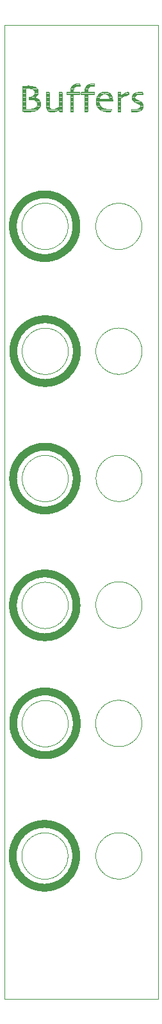
<source format=gto>
G75*
%MOIN*%
%OFA0B0*%
%FSLAX25Y25*%
%IPPOS*%
%LPD*%
%AMOC8*
5,1,8,0,0,1.08239X$1,22.5*
%
%ADD10C,0.00394*%
%ADD11C,0.00000*%
%ADD12C,0.03937*%
D10*
X0001998Y0001336D02*
X0001998Y0507242D01*
X0081998Y0507242D01*
X0081998Y0001336D01*
X0001998Y0001336D01*
X0013186Y0462280D02*
X0012521Y0462296D01*
X0011413Y0462343D01*
X0011376Y0462528D01*
X0011405Y0464967D01*
X0011418Y0466963D01*
X0011423Y0469181D01*
X0011412Y0470734D01*
X0011404Y0472736D01*
X0011375Y0475405D01*
X0011437Y0475568D01*
X0012548Y0475617D01*
X0013438Y0475644D01*
X0014327Y0475653D01*
X0014995Y0475637D01*
X0015660Y0475587D01*
X0016101Y0475531D01*
X0016540Y0475460D01*
X0016759Y0475416D01*
X0017191Y0475310D01*
X0017403Y0475245D01*
X0017613Y0475171D01*
X0017819Y0475086D01*
X0018020Y0474991D01*
X0018215Y0474884D01*
X0018402Y0474765D01*
X0018582Y0474633D01*
X0018751Y0474488D01*
X0018909Y0474332D01*
X0019054Y0474164D01*
X0019186Y0473985D01*
X0019302Y0473795D01*
X0019398Y0473594D01*
X0019476Y0473386D01*
X0019535Y0473171D01*
X0019575Y0472953D01*
X0019600Y0472732D01*
X0019609Y0472509D01*
X0019602Y0472287D01*
X0019578Y0472066D01*
X0019535Y0471848D01*
X0019474Y0471634D01*
X0019395Y0471426D01*
X0019299Y0471225D01*
X0019189Y0471032D01*
X0019065Y0470847D01*
X0018900Y0470734D01*
X0017342Y0470734D01*
X0017376Y0470839D01*
X0017533Y0470997D01*
X0017661Y0471178D01*
X0017758Y0471378D01*
X0017831Y0471588D01*
X0017880Y0471805D01*
X0017906Y0472026D01*
X0017911Y0472248D01*
X0017895Y0472470D01*
X0017855Y0472688D01*
X0017788Y0472900D01*
X0017694Y0473102D01*
X0017575Y0473289D01*
X0017435Y0473462D01*
X0017277Y0473618D01*
X0017102Y0473757D01*
X0016915Y0473876D01*
X0016716Y0473975D01*
X0016509Y0474056D01*
X0016296Y0474122D01*
X0016080Y0474176D01*
X0015643Y0474256D01*
X0015202Y0474313D01*
X0014980Y0474332D01*
X0014536Y0474352D01*
X0014091Y0474351D01*
X0013201Y0474325D01*
X0013009Y0474292D01*
X0012979Y0472290D01*
X0012970Y0470734D01*
X0011412Y0470734D01*
X0012965Y0470734D01*
X0012971Y0470517D01*
X0012977Y0466304D01*
X0013001Y0463643D01*
X0013195Y0463604D01*
X0013638Y0463583D01*
X0014304Y0463577D01*
X0014969Y0463591D01*
X0015633Y0463630D01*
X0016075Y0463670D01*
X0016515Y0463726D01*
X0016733Y0463765D01*
X0016949Y0463812D01*
X0017164Y0463870D01*
X0017375Y0463938D01*
X0017582Y0464017D01*
X0017784Y0464108D01*
X0017980Y0464212D01*
X0018167Y0464330D01*
X0018343Y0464465D01*
X0018505Y0464616D01*
X0018651Y0464783D01*
X0018778Y0464965D01*
X0018886Y0465158D01*
X0018973Y0465362D01*
X0019037Y0465574D01*
X0019078Y0465792D01*
X0019100Y0466013D01*
X0019102Y0466234D01*
X0019087Y0466456D01*
X0019051Y0466674D01*
X0018992Y0466888D01*
X0018910Y0467094D01*
X0018807Y0467290D01*
X0018687Y0467477D01*
X0018552Y0467652D01*
X0018404Y0467817D01*
X0018239Y0467966D01*
X0018058Y0468094D01*
X0017866Y0468204D01*
X0017665Y0468298D01*
X0017458Y0468378D01*
X0017247Y0468445D01*
X0017032Y0468499D01*
X0016814Y0468540D01*
X0016594Y0468567D01*
X0016373Y0468583D01*
X0015708Y0468585D01*
X0015042Y0468571D01*
X0014825Y0468573D01*
X0014679Y0469672D01*
X0014802Y0469764D01*
X0015244Y0469797D01*
X0015464Y0469825D01*
X0015682Y0469863D01*
X0015899Y0469911D01*
X0016112Y0469973D01*
X0016320Y0470049D01*
X0016523Y0470138D01*
X0016720Y0470241D01*
X0016908Y0470358D01*
X0017076Y0470501D01*
X0017216Y0470673D01*
X0017411Y0470734D01*
X0018963Y0470734D01*
X0018871Y0470564D01*
X0018721Y0470401D01*
X0018561Y0470247D01*
X0018393Y0470103D01*
X0018216Y0469969D01*
X0018030Y0469849D01*
X0017836Y0469742D01*
X0017634Y0469650D01*
X0017476Y0469537D01*
X0017649Y0469471D01*
X0017869Y0469438D01*
X0018086Y0469394D01*
X0018301Y0469338D01*
X0018512Y0469273D01*
X0018721Y0469197D01*
X0018925Y0469112D01*
X0019125Y0469015D01*
X0019318Y0468906D01*
X0019503Y0468784D01*
X0019680Y0468650D01*
X0019847Y0468504D01*
X0020004Y0468348D01*
X0020151Y0468182D01*
X0020286Y0468006D01*
X0020407Y0467820D01*
X0020513Y0467625D01*
X0020603Y0467423D01*
X0020674Y0467213D01*
X0020727Y0466998D01*
X0020764Y0466779D01*
X0020787Y0466558D01*
X0020799Y0466337D01*
X0020799Y0466115D01*
X0020787Y0465894D01*
X0020761Y0465674D01*
X0020720Y0465456D01*
X0020665Y0465241D01*
X0020594Y0465031D01*
X0020509Y0464826D01*
X0020409Y0464628D01*
X0020296Y0464437D01*
X0020172Y0464254D01*
X0020035Y0464079D01*
X0019888Y0463914D01*
X0019730Y0463758D01*
X0019562Y0463613D01*
X0019387Y0463477D01*
X0019204Y0463351D01*
X0019016Y0463234D01*
X0018822Y0463127D01*
X0018422Y0462936D01*
X0018010Y0462771D01*
X0017589Y0462633D01*
X0017160Y0462520D01*
X0016943Y0462472D01*
X0016506Y0462397D01*
X0016066Y0462341D01*
X0015624Y0462302D01*
X0014960Y0462271D01*
X0014073Y0462268D01*
X0013186Y0462280D01*
X0013000Y0463755D02*
X0011391Y0463755D01*
X0011395Y0464147D02*
X0012996Y0464147D01*
X0012993Y0464539D02*
X0011400Y0464539D01*
X0011405Y0464931D02*
X0012989Y0464931D01*
X0012986Y0465323D02*
X0011408Y0465323D01*
X0011410Y0465716D02*
X0012982Y0465716D01*
X0012979Y0466108D02*
X0011412Y0466108D01*
X0011415Y0466500D02*
X0012977Y0466500D01*
X0012976Y0466892D02*
X0011417Y0466892D01*
X0011419Y0467284D02*
X0012976Y0467284D01*
X0012975Y0467677D02*
X0011420Y0467677D01*
X0011421Y0468069D02*
X0012974Y0468069D01*
X0012974Y0468461D02*
X0011421Y0468461D01*
X0011422Y0468853D02*
X0012973Y0468853D01*
X0012973Y0469245D02*
X0011423Y0469245D01*
X0011420Y0469638D02*
X0012972Y0469638D01*
X0012971Y0470030D02*
X0011417Y0470030D01*
X0011415Y0470422D02*
X0012971Y0470422D01*
X0012970Y0470814D02*
X0011412Y0470814D01*
X0011410Y0471207D02*
X0012973Y0471207D01*
X0012975Y0471599D02*
X0011409Y0471599D01*
X0011407Y0471991D02*
X0012977Y0471991D01*
X0012980Y0472383D02*
X0011405Y0472383D01*
X0011404Y0472775D02*
X0012986Y0472775D01*
X0012992Y0473168D02*
X0011399Y0473168D01*
X0011395Y0473560D02*
X0012998Y0473560D01*
X0013004Y0473952D02*
X0011391Y0473952D01*
X0011387Y0474344D02*
X0013866Y0474344D01*
X0014702Y0474344D02*
X0018896Y0474344D01*
X0019206Y0473952D02*
X0016762Y0473952D01*
X0017336Y0473560D02*
X0019411Y0473560D01*
X0019535Y0473168D02*
X0017652Y0473168D01*
X0017827Y0472775D02*
X0019595Y0472775D01*
X0019605Y0472383D02*
X0017901Y0472383D01*
X0017902Y0471991D02*
X0019563Y0471991D01*
X0019460Y0471599D02*
X0017833Y0471599D01*
X0017675Y0471207D02*
X0019289Y0471207D01*
X0019017Y0470814D02*
X0017368Y0470814D01*
X0016984Y0470422D02*
X0018740Y0470422D01*
X0018297Y0470030D02*
X0016267Y0470030D01*
X0017617Y0469638D02*
X0014684Y0469638D01*
X0014736Y0469245D02*
X0018587Y0469245D01*
X0019398Y0468853D02*
X0014788Y0468853D01*
X0016676Y0463755D02*
X0019726Y0463755D01*
X0020088Y0464147D02*
X0017857Y0464147D01*
X0018422Y0464539D02*
X0020356Y0464539D01*
X0020553Y0464931D02*
X0018754Y0464931D01*
X0018956Y0465323D02*
X0020686Y0465323D01*
X0020766Y0465716D02*
X0019064Y0465716D01*
X0019101Y0466108D02*
X0020799Y0466108D01*
X0020790Y0466500D02*
X0019080Y0466500D01*
X0018991Y0466892D02*
X0020745Y0466892D01*
X0020650Y0467284D02*
X0018811Y0467284D01*
X0018530Y0467677D02*
X0020485Y0467677D01*
X0020237Y0468069D02*
X0018094Y0468069D01*
X0017185Y0468461D02*
X0019890Y0468461D01*
X0019221Y0463362D02*
X0011386Y0463362D01*
X0011381Y0462970D02*
X0018494Y0462970D01*
X0017379Y0462578D02*
X0011377Y0462578D01*
X0011382Y0474736D02*
X0018441Y0474736D01*
X0017716Y0475129D02*
X0011378Y0475129D01*
X0011419Y0475521D02*
X0016165Y0475521D01*
X0023850Y0472338D02*
X0023799Y0472169D01*
X0023840Y0469507D01*
X0023847Y0468620D01*
X0023820Y0466180D01*
X0023817Y0465071D01*
X0023825Y0464849D01*
X0023842Y0464628D01*
X0023870Y0464408D01*
X0023911Y0464190D01*
X0023965Y0463975D01*
X0024033Y0463764D01*
X0024117Y0463559D01*
X0024217Y0463361D01*
X0024333Y0463172D01*
X0024465Y0462994D01*
X0024613Y0462829D01*
X0024775Y0462677D01*
X0024950Y0462540D01*
X0025136Y0462420D01*
X0025333Y0462318D01*
X0025538Y0462233D01*
X0025748Y0462164D01*
X0025964Y0462112D01*
X0026183Y0462074D01*
X0026403Y0462051D01*
X0026625Y0462039D01*
X0026846Y0462040D01*
X0027068Y0462051D01*
X0027288Y0462074D01*
X0027508Y0462108D01*
X0027725Y0462153D01*
X0027940Y0462208D01*
X0028152Y0462271D01*
X0028568Y0462426D01*
X0028971Y0462610D01*
X0029566Y0462909D01*
X0029955Y0463122D01*
X0030336Y0463349D01*
X0030515Y0463439D01*
X0030515Y0462330D01*
X0030702Y0462296D01*
X0032033Y0462296D01*
X0031998Y0466510D01*
X0031994Y0468063D01*
X0032001Y0470282D01*
X0032033Y0472278D01*
X0031872Y0472338D01*
X0030541Y0472338D01*
X0030467Y0472192D01*
X0030511Y0469087D01*
X0030512Y0466646D01*
X0030497Y0464872D01*
X0030432Y0464683D01*
X0030246Y0464562D01*
X0030055Y0464449D01*
X0029861Y0464342D01*
X0029466Y0464141D01*
X0028862Y0463860D01*
X0028450Y0463695D01*
X0028240Y0463624D01*
X0028027Y0463562D01*
X0027812Y0463510D01*
X0027594Y0463468D01*
X0027374Y0463438D01*
X0027153Y0463421D01*
X0026931Y0463418D01*
X0026710Y0463435D01*
X0026492Y0463475D01*
X0026282Y0463544D01*
X0026085Y0463646D01*
X0025910Y0463781D01*
X0025763Y0463947D01*
X0025647Y0464136D01*
X0025556Y0464338D01*
X0025487Y0464549D01*
X0025435Y0464764D01*
X0025397Y0464983D01*
X0025371Y0465203D01*
X0025346Y0465646D01*
X0025326Y0468973D01*
X0025331Y0469861D01*
X0025364Y0472301D01*
X0025181Y0472338D01*
X0023850Y0472338D01*
X0023802Y0471991D02*
X0025360Y0471991D01*
X0025355Y0471599D02*
X0023808Y0471599D01*
X0023814Y0471207D02*
X0025350Y0471207D01*
X0025344Y0470814D02*
X0023820Y0470814D01*
X0023826Y0470422D02*
X0025339Y0470422D01*
X0025334Y0470030D02*
X0023832Y0470030D01*
X0023838Y0469638D02*
X0025330Y0469638D01*
X0025328Y0469245D02*
X0023842Y0469245D01*
X0023845Y0468853D02*
X0025327Y0468853D01*
X0025329Y0468461D02*
X0023845Y0468461D01*
X0023841Y0468069D02*
X0025331Y0468069D01*
X0025334Y0467677D02*
X0023836Y0467677D01*
X0023832Y0467284D02*
X0025336Y0467284D01*
X0025338Y0466892D02*
X0023828Y0466892D01*
X0023824Y0466500D02*
X0025341Y0466500D01*
X0025343Y0466108D02*
X0023820Y0466108D01*
X0023819Y0465716D02*
X0025346Y0465716D01*
X0025364Y0465323D02*
X0023818Y0465323D01*
X0023822Y0464931D02*
X0025406Y0464931D01*
X0025490Y0464539D02*
X0023853Y0464539D01*
X0023922Y0464147D02*
X0025642Y0464147D01*
X0025945Y0463755D02*
X0024037Y0463755D01*
X0024216Y0463362D02*
X0030363Y0463362D01*
X0030515Y0463362D02*
X0032024Y0463362D01*
X0032028Y0462970D02*
X0030515Y0462970D01*
X0030515Y0462578D02*
X0032031Y0462578D01*
X0032021Y0463755D02*
X0028598Y0463755D01*
X0029478Y0464147D02*
X0032018Y0464147D01*
X0032014Y0464539D02*
X0030207Y0464539D01*
X0030497Y0464931D02*
X0032011Y0464931D01*
X0032008Y0465323D02*
X0030500Y0465323D01*
X0030504Y0465716D02*
X0032004Y0465716D01*
X0032001Y0466108D02*
X0030507Y0466108D01*
X0030510Y0466500D02*
X0031998Y0466500D01*
X0031997Y0466892D02*
X0030512Y0466892D01*
X0030511Y0467284D02*
X0031996Y0467284D01*
X0031995Y0467677D02*
X0030511Y0467677D01*
X0030511Y0468069D02*
X0031994Y0468069D01*
X0031995Y0468461D02*
X0030511Y0468461D01*
X0030511Y0468853D02*
X0031997Y0468853D01*
X0031998Y0469245D02*
X0030509Y0469245D01*
X0030503Y0469638D02*
X0031999Y0469638D01*
X0032001Y0470030D02*
X0030498Y0470030D01*
X0030492Y0470422D02*
X0032004Y0470422D01*
X0032010Y0470814D02*
X0030487Y0470814D01*
X0030481Y0471207D02*
X0032016Y0471207D01*
X0032022Y0471599D02*
X0030476Y0471599D01*
X0030470Y0471991D02*
X0032028Y0471991D01*
X0034376Y0471991D02*
X0041203Y0471991D01*
X0041203Y0472147D02*
X0041171Y0472338D01*
X0037834Y0472338D01*
X0037829Y0472777D01*
X0037833Y0473000D01*
X0037848Y0473222D01*
X0037875Y0473443D01*
X0037913Y0473662D01*
X0037966Y0473878D01*
X0038034Y0474089D01*
X0038120Y0474295D01*
X0038225Y0474490D01*
X0038351Y0474673D01*
X0038501Y0474837D01*
X0038668Y0474984D01*
X0038847Y0475116D01*
X0039037Y0475232D01*
X0039237Y0475329D01*
X0039445Y0475408D01*
X0039659Y0475467D01*
X0039878Y0475510D01*
X0040098Y0475541D01*
X0040541Y0475575D01*
X0040764Y0475582D01*
X0041431Y0475583D01*
X0041268Y0476683D01*
X0041192Y0476853D01*
X0040525Y0476851D01*
X0040303Y0476844D01*
X0039859Y0476807D01*
X0039639Y0476777D01*
X0039420Y0476739D01*
X0039203Y0476691D01*
X0038988Y0476632D01*
X0038777Y0476562D01*
X0038570Y0476480D01*
X0038368Y0476388D01*
X0038170Y0476287D01*
X0037978Y0476175D01*
X0037793Y0476051D01*
X0037616Y0475916D01*
X0037450Y0475769D01*
X0037295Y0475609D01*
X0037150Y0475441D01*
X0037014Y0475264D01*
X0036890Y0475080D01*
X0036777Y0474888D01*
X0036679Y0474689D01*
X0036594Y0474483D01*
X0036524Y0474272D01*
X0036466Y0474057D01*
X0036419Y0473840D01*
X0036383Y0473620D01*
X0036357Y0473400D01*
X0036340Y0473178D01*
X0036332Y0472955D01*
X0036330Y0472511D01*
X0036280Y0472338D01*
X0034501Y0472338D01*
X0034376Y0472241D01*
X0034376Y0471351D01*
X0034424Y0471177D01*
X0036204Y0471177D01*
X0036330Y0471082D01*
X0036322Y0467078D01*
X0036291Y0462406D01*
X0036403Y0462296D01*
X0037737Y0462296D01*
X0037858Y0462397D01*
X0037838Y0465289D01*
X0037829Y0471072D01*
X0037946Y0471177D01*
X0041061Y0471177D01*
X0041203Y0471258D01*
X0041203Y0472147D01*
X0041203Y0471599D02*
X0034376Y0471599D01*
X0034416Y0471207D02*
X0041112Y0471207D01*
X0041838Y0471351D02*
X0041886Y0471177D01*
X0043666Y0471177D01*
X0043793Y0471082D01*
X0043785Y0467078D01*
X0043754Y0462406D01*
X0043865Y0462296D01*
X0045200Y0462296D01*
X0045320Y0462397D01*
X0045301Y0465289D01*
X0045291Y0471072D01*
X0045409Y0471177D01*
X0048523Y0471177D01*
X0048665Y0471258D01*
X0048665Y0472147D01*
X0048634Y0472338D01*
X0045297Y0472338D01*
X0045291Y0472777D01*
X0045296Y0473000D01*
X0045311Y0473222D01*
X0045337Y0473443D01*
X0045376Y0473662D01*
X0045428Y0473878D01*
X0045496Y0474089D01*
X0045582Y0474295D01*
X0045687Y0474490D01*
X0045814Y0474673D01*
X0045964Y0474837D01*
X0046131Y0474984D01*
X0046310Y0475116D01*
X0046500Y0475232D01*
X0046699Y0475329D01*
X0046907Y0475408D01*
X0047122Y0475467D01*
X0047340Y0475510D01*
X0047560Y0475541D01*
X0048004Y0475575D01*
X0048226Y0475582D01*
X0048893Y0475583D01*
X0048730Y0476683D01*
X0048655Y0476853D01*
X0047987Y0476851D01*
X0047765Y0476844D01*
X0047322Y0476807D01*
X0047101Y0476777D01*
X0046882Y0476739D01*
X0046665Y0476691D01*
X0046451Y0476632D01*
X0046240Y0476562D01*
X0046033Y0476480D01*
X0045830Y0476388D01*
X0045632Y0476287D01*
X0045440Y0476175D01*
X0045255Y0476051D01*
X0045079Y0475916D01*
X0044912Y0475769D01*
X0044757Y0475609D01*
X0044612Y0475441D01*
X0044477Y0475264D01*
X0044352Y0475080D01*
X0044240Y0474888D01*
X0044141Y0474689D01*
X0044056Y0474483D01*
X0043986Y0474272D01*
X0043929Y0474057D01*
X0043882Y0473840D01*
X0043846Y0473620D01*
X0043820Y0473400D01*
X0043803Y0473178D01*
X0043794Y0472955D01*
X0043793Y0472511D01*
X0043743Y0472338D01*
X0041963Y0472338D01*
X0041838Y0472241D01*
X0041838Y0471351D01*
X0041878Y0471207D02*
X0048575Y0471207D01*
X0048665Y0471599D02*
X0041838Y0471599D01*
X0041838Y0471991D02*
X0048665Y0471991D01*
X0047419Y0475521D02*
X0044681Y0475521D01*
X0044385Y0475129D02*
X0046330Y0475129D01*
X0045872Y0474736D02*
X0044165Y0474736D01*
X0044010Y0474344D02*
X0045609Y0474344D01*
X0045452Y0473952D02*
X0043906Y0473952D01*
X0043839Y0473560D02*
X0045358Y0473560D01*
X0045307Y0473168D02*
X0043803Y0473168D01*
X0043794Y0472775D02*
X0045291Y0472775D01*
X0045296Y0472383D02*
X0043756Y0472383D01*
X0043792Y0470814D02*
X0045292Y0470814D01*
X0045292Y0470422D02*
X0043792Y0470422D01*
X0043791Y0470030D02*
X0045293Y0470030D01*
X0045294Y0469638D02*
X0043790Y0469638D01*
X0043789Y0469245D02*
X0045294Y0469245D01*
X0045295Y0468853D02*
X0043788Y0468853D01*
X0043788Y0468461D02*
X0045296Y0468461D01*
X0045296Y0468069D02*
X0043787Y0468069D01*
X0043786Y0467677D02*
X0045297Y0467677D01*
X0045298Y0467284D02*
X0043785Y0467284D01*
X0043783Y0466892D02*
X0045298Y0466892D01*
X0045299Y0466500D02*
X0043781Y0466500D01*
X0043778Y0466108D02*
X0045300Y0466108D01*
X0045300Y0465716D02*
X0043776Y0465716D01*
X0043773Y0465323D02*
X0045301Y0465323D01*
X0045303Y0464931D02*
X0043771Y0464931D01*
X0043768Y0464539D02*
X0045306Y0464539D01*
X0045309Y0464147D02*
X0043765Y0464147D01*
X0043763Y0463755D02*
X0045311Y0463755D01*
X0045314Y0463362D02*
X0043760Y0463362D01*
X0043758Y0462970D02*
X0045317Y0462970D01*
X0045319Y0462578D02*
X0043755Y0462578D01*
X0045075Y0475913D02*
X0048845Y0475913D01*
X0048786Y0476305D02*
X0045669Y0476305D01*
X0046696Y0476698D02*
X0048724Y0476698D01*
X0050429Y0470391D02*
X0050318Y0470198D01*
X0050216Y0470001D01*
X0050121Y0469799D01*
X0050035Y0469594D01*
X0049958Y0469385D01*
X0049891Y0469173D01*
X0049832Y0468958D01*
X0049782Y0468741D01*
X0049710Y0468302D01*
X0049685Y0468081D01*
X0049660Y0467636D01*
X0049663Y0467191D01*
X0049677Y0466969D01*
X0049701Y0466748D01*
X0049734Y0466528D01*
X0049777Y0466309D01*
X0049830Y0466093D01*
X0049894Y0465880D01*
X0049969Y0465670D01*
X0050053Y0465464D01*
X0050148Y0465263D01*
X0050251Y0465065D01*
X0050479Y0464683D01*
X0050604Y0464499D01*
X0050737Y0464320D01*
X0050878Y0464148D01*
X0051027Y0463983D01*
X0051185Y0463825D01*
X0051348Y0463674D01*
X0051519Y0463532D01*
X0051697Y0463397D01*
X0051880Y0463271D01*
X0052069Y0463154D01*
X0052263Y0463045D01*
X0052461Y0462943D01*
X0052663Y0462849D01*
X0053076Y0462683D01*
X0053501Y0462549D01*
X0053933Y0462443D01*
X0054152Y0462401D01*
X0054592Y0462334D01*
X0054813Y0462309D01*
X0055257Y0462275D01*
X0055925Y0462257D01*
X0056592Y0462268D01*
X0057260Y0462300D01*
X0057478Y0462319D01*
X0057627Y0463422D01*
X0057648Y0463634D01*
X0056981Y0463591D01*
X0056314Y0463567D01*
X0055646Y0463573D01*
X0055202Y0463600D01*
X0054759Y0463652D01*
X0054540Y0463689D01*
X0054322Y0463734D01*
X0054107Y0463791D01*
X0053895Y0463858D01*
X0053686Y0463935D01*
X0053481Y0464022D01*
X0053280Y0464118D01*
X0053085Y0464226D01*
X0052897Y0464344D01*
X0052714Y0464472D01*
X0052539Y0464609D01*
X0052371Y0464755D01*
X0052213Y0464912D01*
X0052064Y0465077D01*
X0051927Y0465252D01*
X0051801Y0465436D01*
X0051687Y0465627D01*
X0051586Y0465826D01*
X0051497Y0466030D01*
X0051419Y0466238D01*
X0051351Y0466450D01*
X0051295Y0466666D01*
X0051250Y0466884D01*
X0051216Y0467104D01*
X0051192Y0467325D01*
X0051179Y0467547D01*
X0051261Y0467684D01*
X0053933Y0467684D01*
X0054082Y0467758D01*
X0054082Y0468649D01*
X0054006Y0468796D01*
X0051334Y0468796D01*
X0051341Y0468974D01*
X0051405Y0469187D01*
X0051478Y0469397D01*
X0051562Y0469603D01*
X0051657Y0469805D01*
X0051764Y0470000D01*
X0051883Y0470188D01*
X0052014Y0470368D01*
X0052157Y0470538D01*
X0052312Y0470698D01*
X0052479Y0470846D01*
X0052659Y0470977D01*
X0052851Y0471089D01*
X0053053Y0471182D01*
X0053262Y0471257D01*
X0053478Y0471313D01*
X0053697Y0471353D01*
X0053918Y0471377D01*
X0054082Y0471445D01*
X0054082Y0472559D01*
X0054300Y0472595D01*
X0054523Y0472589D01*
X0054745Y0472575D01*
X0054967Y0472551D01*
X0055187Y0472516D01*
X0055405Y0472471D01*
X0055620Y0472413D01*
X0055832Y0472343D01*
X0056039Y0472260D01*
X0056240Y0472164D01*
X0056434Y0472054D01*
X0056620Y0471932D01*
X0056797Y0471797D01*
X0056965Y0471650D01*
X0057123Y0471493D01*
X0057270Y0471326D01*
X0057407Y0471150D01*
X0057533Y0470967D01*
X0057649Y0470776D01*
X0057755Y0470580D01*
X0057851Y0470379D01*
X0057937Y0470174D01*
X0058014Y0469965D01*
X0058082Y0469752D01*
X0058141Y0469537D01*
X0058191Y0469320D01*
X0058267Y0468881D01*
X0058317Y0468438D01*
X0058333Y0468216D01*
X0058349Y0467771D01*
X0058214Y0467684D01*
X0054202Y0467684D01*
X0054082Y0467787D01*
X0054082Y0468678D01*
X0054187Y0468796D01*
X0056639Y0468796D01*
X0056805Y0468845D01*
X0056769Y0469065D01*
X0056723Y0469283D01*
X0056666Y0469498D01*
X0056595Y0469710D01*
X0056511Y0469916D01*
X0056413Y0470116D01*
X0056300Y0470308D01*
X0056171Y0470490D01*
X0056027Y0470660D01*
X0055870Y0470818D01*
X0055700Y0470961D01*
X0055515Y0471086D01*
X0055319Y0471191D01*
X0055113Y0471276D01*
X0054900Y0471341D01*
X0054682Y0471386D01*
X0054461Y0471414D01*
X0054238Y0471425D01*
X0054082Y0471444D01*
X0054082Y0472559D01*
X0053638Y0472525D01*
X0053417Y0472496D01*
X0053198Y0472456D01*
X0052981Y0472406D01*
X0052768Y0472344D01*
X0052558Y0472270D01*
X0052352Y0472183D01*
X0052152Y0472085D01*
X0051958Y0471977D01*
X0051769Y0471859D01*
X0051588Y0471730D01*
X0051414Y0471591D01*
X0051249Y0471442D01*
X0051093Y0471283D01*
X0050946Y0471115D01*
X0050674Y0470763D01*
X0050548Y0470580D01*
X0050429Y0470391D01*
X0050448Y0470422D02*
X0052059Y0470422D01*
X0051783Y0470030D02*
X0050231Y0470030D01*
X0050053Y0469638D02*
X0051578Y0469638D01*
X0051425Y0469245D02*
X0049914Y0469245D01*
X0049808Y0468853D02*
X0051336Y0468853D01*
X0051256Y0467677D02*
X0049662Y0467677D01*
X0049685Y0468069D02*
X0054082Y0468069D01*
X0058338Y0468069D01*
X0058315Y0468461D02*
X0054082Y0468461D01*
X0049736Y0468461D01*
X0049662Y0467284D02*
X0051197Y0467284D01*
X0051249Y0466892D02*
X0049685Y0466892D01*
X0049739Y0466500D02*
X0051338Y0466500D01*
X0051468Y0466108D02*
X0049827Y0466108D01*
X0049952Y0465716D02*
X0051642Y0465716D01*
X0051878Y0465323D02*
X0050119Y0465323D01*
X0050331Y0464931D02*
X0052195Y0464931D01*
X0052628Y0464539D02*
X0050577Y0464539D01*
X0050879Y0464147D02*
X0053229Y0464147D01*
X0054245Y0463755D02*
X0051261Y0463755D01*
X0051747Y0463362D02*
X0057619Y0463362D01*
X0057566Y0462970D02*
X0052409Y0462970D01*
X0053408Y0462578D02*
X0057513Y0462578D01*
X0056803Y0468853D02*
X0058270Y0468853D01*
X0058204Y0469245D02*
X0056731Y0469245D01*
X0056619Y0469638D02*
X0058113Y0469638D01*
X0057990Y0470030D02*
X0056455Y0470030D01*
X0056219Y0470422D02*
X0057831Y0470422D01*
X0057626Y0470814D02*
X0055874Y0470814D01*
X0055282Y0471207D02*
X0057363Y0471207D01*
X0057017Y0471599D02*
X0054082Y0471599D01*
X0051424Y0471599D01*
X0051026Y0471207D02*
X0053122Y0471207D01*
X0052443Y0470814D02*
X0050713Y0470814D01*
X0051982Y0471991D02*
X0054082Y0471991D01*
X0056530Y0471991D01*
X0055711Y0472383D02*
X0054082Y0472383D01*
X0052904Y0472383D01*
X0061011Y0472264D02*
X0061038Y0469375D01*
X0061050Y0466708D01*
X0061043Y0464486D01*
X0061013Y0462486D01*
X0061042Y0462296D01*
X0062376Y0462296D01*
X0062577Y0462316D01*
X0062548Y0464093D01*
X0062530Y0466094D01*
X0062531Y0467649D01*
X0062547Y0469427D01*
X0062674Y0469569D01*
X0063482Y0469939D01*
X0063889Y0470118D01*
X0064504Y0470375D01*
X0065126Y0470617D01*
X0065964Y0470914D01*
X0066387Y0471049D01*
X0066815Y0471167D01*
X0066536Y0472471D01*
X0066388Y0472521D01*
X0065964Y0472388D01*
X0065546Y0472236D01*
X0065133Y0472072D01*
X0064519Y0471812D01*
X0064115Y0471627D01*
X0063714Y0471434D01*
X0063318Y0471233D01*
X0062731Y0470916D01*
X0062548Y0470840D01*
X0062548Y0472173D01*
X0062491Y0472338D01*
X0061157Y0472338D01*
X0061011Y0472264D01*
X0061013Y0471991D02*
X0062548Y0471991D01*
X0062548Y0471599D02*
X0061017Y0471599D01*
X0061021Y0471207D02*
X0062548Y0471207D01*
X0063270Y0471207D02*
X0066807Y0471207D01*
X0066723Y0471599D02*
X0064057Y0471599D01*
X0064941Y0471991D02*
X0066639Y0471991D01*
X0066555Y0472383D02*
X0065952Y0472383D01*
X0065683Y0470814D02*
X0061025Y0470814D01*
X0061028Y0470422D02*
X0064625Y0470422D01*
X0063690Y0470030D02*
X0061032Y0470030D01*
X0061036Y0469638D02*
X0062824Y0469638D01*
X0062546Y0469245D02*
X0061039Y0469245D01*
X0061041Y0468853D02*
X0062542Y0468853D01*
X0062538Y0468461D02*
X0061042Y0468461D01*
X0061044Y0468069D02*
X0062535Y0468069D01*
X0062531Y0467677D02*
X0061045Y0467677D01*
X0061047Y0467284D02*
X0062531Y0467284D01*
X0062531Y0466892D02*
X0061049Y0466892D01*
X0061049Y0466500D02*
X0062530Y0466500D01*
X0062530Y0466108D02*
X0061048Y0466108D01*
X0061047Y0465716D02*
X0062534Y0465716D01*
X0062537Y0465323D02*
X0061046Y0465323D01*
X0061045Y0464931D02*
X0062541Y0464931D01*
X0062544Y0464539D02*
X0061043Y0464539D01*
X0061038Y0464147D02*
X0062547Y0464147D01*
X0062554Y0463755D02*
X0061032Y0463755D01*
X0061026Y0463362D02*
X0062560Y0463362D01*
X0062567Y0462970D02*
X0061020Y0462970D01*
X0061014Y0462578D02*
X0062573Y0462578D01*
X0068104Y0462970D02*
X0073011Y0462970D01*
X0073030Y0462981D02*
X0073213Y0463108D01*
X0073385Y0463248D01*
X0073546Y0463401D01*
X0073695Y0463566D01*
X0073830Y0463743D01*
X0073952Y0463929D01*
X0074056Y0464125D01*
X0074142Y0464330D01*
X0074207Y0464543D01*
X0074253Y0464760D01*
X0074279Y0464981D01*
X0074288Y0465203D01*
X0074278Y0465425D01*
X0074251Y0465646D01*
X0074203Y0465863D01*
X0074132Y0466074D01*
X0074040Y0466276D01*
X0073925Y0466466D01*
X0073794Y0466646D01*
X0073649Y0466815D01*
X0073492Y0466972D01*
X0073325Y0467118D01*
X0073149Y0467255D01*
X0072967Y0467382D01*
X0072778Y0467500D01*
X0072387Y0467711D01*
X0071385Y0468193D01*
X0070989Y0468396D01*
X0070603Y0468618D01*
X0070423Y0468748D01*
X0070255Y0468894D01*
X0070103Y0469055D01*
X0069980Y0469240D01*
X0069902Y0469448D01*
X0069872Y0469668D01*
X0069889Y0469889D01*
X0069952Y0470102D01*
X0070049Y0470302D01*
X0070183Y0470479D01*
X0070347Y0470629D01*
X0070530Y0470755D01*
X0070726Y0470860D01*
X0070932Y0470944D01*
X0071145Y0471009D01*
X0071362Y0471058D01*
X0071581Y0471094D01*
X0071802Y0471119D01*
X0072024Y0471133D01*
X0072469Y0471136D01*
X0072913Y0471125D01*
X0074023Y0471058D01*
X0074012Y0471274D01*
X0073916Y0472378D01*
X0073027Y0472413D01*
X0072582Y0472417D01*
X0072138Y0472411D01*
X0071694Y0472381D01*
X0071473Y0472358D01*
X0071032Y0472298D01*
X0070813Y0472258D01*
X0070597Y0472205D01*
X0070384Y0472140D01*
X0070176Y0472063D01*
X0069972Y0471974D01*
X0069775Y0471872D01*
X0069583Y0471759D01*
X0069399Y0471634D01*
X0069225Y0471495D01*
X0069062Y0471345D01*
X0068911Y0471182D01*
X0068772Y0471008D01*
X0068650Y0470822D01*
X0068547Y0470625D01*
X0068463Y0470419D01*
X0068400Y0470206D01*
X0068358Y0469988D01*
X0068337Y0469766D01*
X0068335Y0469544D01*
X0068350Y0469322D01*
X0068383Y0469102D01*
X0068436Y0468886D01*
X0068509Y0468676D01*
X0068603Y0468475D01*
X0068717Y0468284D01*
X0068850Y0468106D01*
X0068997Y0467939D01*
X0069156Y0467783D01*
X0069325Y0467639D01*
X0069504Y0467507D01*
X0069690Y0467385D01*
X0069882Y0467274D01*
X0070275Y0467065D01*
X0070676Y0466872D01*
X0071283Y0466596D01*
X0071678Y0466391D01*
X0071868Y0466276D01*
X0072053Y0466153D01*
X0072230Y0466018D01*
X0072395Y0465869D01*
X0072543Y0465703D01*
X0072652Y0465510D01*
X0072712Y0465296D01*
X0072730Y0465075D01*
X0072714Y0464853D01*
X0072662Y0464637D01*
X0072572Y0464434D01*
X0072445Y0464252D01*
X0072287Y0464096D01*
X0072109Y0463963D01*
X0071917Y0463851D01*
X0071716Y0463757D01*
X0071506Y0463682D01*
X0071291Y0463626D01*
X0071072Y0463586D01*
X0070631Y0463534D01*
X0070187Y0463502D01*
X0069742Y0463498D01*
X0069075Y0463518D01*
X0068632Y0463547D01*
X0068188Y0463585D01*
X0068080Y0463487D01*
X0068131Y0462376D01*
X0068277Y0462282D01*
X0069164Y0462213D01*
X0069608Y0462197D01*
X0069830Y0462198D01*
X0070275Y0462211D01*
X0070497Y0462226D01*
X0070939Y0462274D01*
X0071159Y0462307D01*
X0071595Y0462394D01*
X0072023Y0462515D01*
X0072233Y0462589D01*
X0072439Y0462672D01*
X0072642Y0462764D01*
X0072839Y0462867D01*
X0073030Y0462981D01*
X0073506Y0463362D02*
X0068086Y0463362D01*
X0068122Y0462578D02*
X0072202Y0462578D01*
X0071710Y0463755D02*
X0073838Y0463755D01*
X0074065Y0464147D02*
X0072339Y0464147D01*
X0072619Y0464539D02*
X0074206Y0464539D01*
X0074273Y0464931D02*
X0072719Y0464931D01*
X0072704Y0465323D02*
X0074283Y0465323D01*
X0074235Y0465716D02*
X0072531Y0465716D01*
X0072112Y0466108D02*
X0074116Y0466108D01*
X0073901Y0466500D02*
X0071468Y0466500D01*
X0070635Y0466892D02*
X0073572Y0466892D01*
X0073107Y0467284D02*
X0069864Y0467284D01*
X0069281Y0467677D02*
X0072450Y0467677D01*
X0071643Y0468069D02*
X0068883Y0468069D01*
X0068611Y0468461D02*
X0070875Y0468461D01*
X0070302Y0468853D02*
X0068447Y0468853D01*
X0068361Y0469245D02*
X0069978Y0469245D01*
X0069877Y0469638D02*
X0068336Y0469638D01*
X0068367Y0470030D02*
X0069930Y0470030D01*
X0070140Y0470422D02*
X0068464Y0470422D01*
X0068646Y0470814D02*
X0070642Y0470814D01*
X0070012Y0471991D02*
X0073950Y0471991D01*
X0073984Y0471599D02*
X0069356Y0471599D01*
X0068934Y0471207D02*
X0074015Y0471207D01*
X0073786Y0472383D02*
X0071730Y0472383D01*
X0041382Y0475913D02*
X0037613Y0475913D01*
X0037219Y0475521D02*
X0039956Y0475521D01*
X0038868Y0475129D02*
X0036922Y0475129D01*
X0036702Y0474736D02*
X0038409Y0474736D01*
X0038146Y0474344D02*
X0036548Y0474344D01*
X0036443Y0473952D02*
X0037990Y0473952D01*
X0037895Y0473560D02*
X0036376Y0473560D01*
X0036340Y0473168D02*
X0037845Y0473168D01*
X0037829Y0472775D02*
X0036331Y0472775D01*
X0036293Y0472383D02*
X0037834Y0472383D01*
X0037829Y0470814D02*
X0036330Y0470814D01*
X0036329Y0470422D02*
X0037830Y0470422D01*
X0037831Y0470030D02*
X0036328Y0470030D01*
X0036327Y0469638D02*
X0037831Y0469638D01*
X0037832Y0469245D02*
X0036327Y0469245D01*
X0036326Y0468853D02*
X0037832Y0468853D01*
X0037833Y0468461D02*
X0036325Y0468461D01*
X0036324Y0468069D02*
X0037834Y0468069D01*
X0037834Y0467677D02*
X0036323Y0467677D01*
X0036323Y0467284D02*
X0037835Y0467284D01*
X0037836Y0466892D02*
X0036321Y0466892D01*
X0036318Y0466500D02*
X0037836Y0466500D01*
X0037837Y0466108D02*
X0036316Y0466108D01*
X0036313Y0465716D02*
X0037838Y0465716D01*
X0037838Y0465323D02*
X0036311Y0465323D01*
X0036308Y0464931D02*
X0037841Y0464931D01*
X0037844Y0464539D02*
X0036305Y0464539D01*
X0036303Y0464147D02*
X0037846Y0464147D01*
X0037849Y0463755D02*
X0036300Y0463755D01*
X0036298Y0463362D02*
X0037851Y0463362D01*
X0037854Y0462970D02*
X0036295Y0462970D01*
X0036293Y0462578D02*
X0037857Y0462578D01*
X0038206Y0476305D02*
X0041324Y0476305D01*
X0041262Y0476698D02*
X0039233Y0476698D01*
X0029677Y0462970D02*
X0024487Y0462970D01*
X0024902Y0462578D02*
X0028900Y0462578D01*
X0027854Y0462186D02*
X0025682Y0462186D01*
D11*
X0011051Y0402798D02*
X0011055Y0403093D01*
X0011065Y0403387D01*
X0011084Y0403681D01*
X0011109Y0403975D01*
X0011141Y0404268D01*
X0011181Y0404560D01*
X0011228Y0404851D01*
X0011282Y0405141D01*
X0011343Y0405429D01*
X0011411Y0405716D01*
X0011486Y0406001D01*
X0011568Y0406284D01*
X0011657Y0406565D01*
X0011753Y0406843D01*
X0011856Y0407120D01*
X0011965Y0407393D01*
X0012081Y0407664D01*
X0012204Y0407932D01*
X0012333Y0408197D01*
X0012469Y0408459D01*
X0012611Y0408717D01*
X0012759Y0408971D01*
X0012914Y0409222D01*
X0013075Y0409469D01*
X0013241Y0409712D01*
X0013414Y0409951D01*
X0013593Y0410186D01*
X0013777Y0410416D01*
X0013966Y0410641D01*
X0014162Y0410862D01*
X0014362Y0411078D01*
X0014568Y0411289D01*
X0014779Y0411495D01*
X0014995Y0411695D01*
X0015216Y0411891D01*
X0015441Y0412080D01*
X0015671Y0412264D01*
X0015906Y0412443D01*
X0016145Y0412616D01*
X0016388Y0412782D01*
X0016635Y0412943D01*
X0016886Y0413098D01*
X0017140Y0413246D01*
X0017398Y0413388D01*
X0017660Y0413524D01*
X0017925Y0413653D01*
X0018193Y0413776D01*
X0018464Y0413892D01*
X0018737Y0414001D01*
X0019014Y0414104D01*
X0019292Y0414200D01*
X0019573Y0414289D01*
X0019856Y0414371D01*
X0020141Y0414446D01*
X0020428Y0414514D01*
X0020716Y0414575D01*
X0021006Y0414629D01*
X0021297Y0414676D01*
X0021589Y0414716D01*
X0021882Y0414748D01*
X0022176Y0414773D01*
X0022470Y0414792D01*
X0022764Y0414802D01*
X0023059Y0414806D01*
X0023354Y0414802D01*
X0023648Y0414792D01*
X0023942Y0414773D01*
X0024236Y0414748D01*
X0024529Y0414716D01*
X0024821Y0414676D01*
X0025112Y0414629D01*
X0025402Y0414575D01*
X0025690Y0414514D01*
X0025977Y0414446D01*
X0026262Y0414371D01*
X0026545Y0414289D01*
X0026826Y0414200D01*
X0027104Y0414104D01*
X0027381Y0414001D01*
X0027654Y0413892D01*
X0027925Y0413776D01*
X0028193Y0413653D01*
X0028458Y0413524D01*
X0028720Y0413388D01*
X0028978Y0413246D01*
X0029232Y0413098D01*
X0029483Y0412943D01*
X0029730Y0412782D01*
X0029973Y0412616D01*
X0030212Y0412443D01*
X0030447Y0412264D01*
X0030677Y0412080D01*
X0030902Y0411891D01*
X0031123Y0411695D01*
X0031339Y0411495D01*
X0031550Y0411289D01*
X0031756Y0411078D01*
X0031956Y0410862D01*
X0032152Y0410641D01*
X0032341Y0410416D01*
X0032525Y0410186D01*
X0032704Y0409951D01*
X0032877Y0409712D01*
X0033043Y0409469D01*
X0033204Y0409222D01*
X0033359Y0408971D01*
X0033507Y0408717D01*
X0033649Y0408459D01*
X0033785Y0408197D01*
X0033914Y0407932D01*
X0034037Y0407664D01*
X0034153Y0407393D01*
X0034262Y0407120D01*
X0034365Y0406843D01*
X0034461Y0406565D01*
X0034550Y0406284D01*
X0034632Y0406001D01*
X0034707Y0405716D01*
X0034775Y0405429D01*
X0034836Y0405141D01*
X0034890Y0404851D01*
X0034937Y0404560D01*
X0034977Y0404268D01*
X0035009Y0403975D01*
X0035034Y0403681D01*
X0035053Y0403387D01*
X0035063Y0403093D01*
X0035067Y0402798D01*
X0035063Y0402503D01*
X0035053Y0402209D01*
X0035034Y0401915D01*
X0035009Y0401621D01*
X0034977Y0401328D01*
X0034937Y0401036D01*
X0034890Y0400745D01*
X0034836Y0400455D01*
X0034775Y0400167D01*
X0034707Y0399880D01*
X0034632Y0399595D01*
X0034550Y0399312D01*
X0034461Y0399031D01*
X0034365Y0398753D01*
X0034262Y0398476D01*
X0034153Y0398203D01*
X0034037Y0397932D01*
X0033914Y0397664D01*
X0033785Y0397399D01*
X0033649Y0397137D01*
X0033507Y0396879D01*
X0033359Y0396625D01*
X0033204Y0396374D01*
X0033043Y0396127D01*
X0032877Y0395884D01*
X0032704Y0395645D01*
X0032525Y0395410D01*
X0032341Y0395180D01*
X0032152Y0394955D01*
X0031956Y0394734D01*
X0031756Y0394518D01*
X0031550Y0394307D01*
X0031339Y0394101D01*
X0031123Y0393901D01*
X0030902Y0393705D01*
X0030677Y0393516D01*
X0030447Y0393332D01*
X0030212Y0393153D01*
X0029973Y0392980D01*
X0029730Y0392814D01*
X0029483Y0392653D01*
X0029232Y0392498D01*
X0028978Y0392350D01*
X0028720Y0392208D01*
X0028458Y0392072D01*
X0028193Y0391943D01*
X0027925Y0391820D01*
X0027654Y0391704D01*
X0027381Y0391595D01*
X0027104Y0391492D01*
X0026826Y0391396D01*
X0026545Y0391307D01*
X0026262Y0391225D01*
X0025977Y0391150D01*
X0025690Y0391082D01*
X0025402Y0391021D01*
X0025112Y0390967D01*
X0024821Y0390920D01*
X0024529Y0390880D01*
X0024236Y0390848D01*
X0023942Y0390823D01*
X0023648Y0390804D01*
X0023354Y0390794D01*
X0023059Y0390790D01*
X0022764Y0390794D01*
X0022470Y0390804D01*
X0022176Y0390823D01*
X0021882Y0390848D01*
X0021589Y0390880D01*
X0021297Y0390920D01*
X0021006Y0390967D01*
X0020716Y0391021D01*
X0020428Y0391082D01*
X0020141Y0391150D01*
X0019856Y0391225D01*
X0019573Y0391307D01*
X0019292Y0391396D01*
X0019014Y0391492D01*
X0018737Y0391595D01*
X0018464Y0391704D01*
X0018193Y0391820D01*
X0017925Y0391943D01*
X0017660Y0392072D01*
X0017398Y0392208D01*
X0017140Y0392350D01*
X0016886Y0392498D01*
X0016635Y0392653D01*
X0016388Y0392814D01*
X0016145Y0392980D01*
X0015906Y0393153D01*
X0015671Y0393332D01*
X0015441Y0393516D01*
X0015216Y0393705D01*
X0014995Y0393901D01*
X0014779Y0394101D01*
X0014568Y0394307D01*
X0014362Y0394518D01*
X0014162Y0394734D01*
X0013966Y0394955D01*
X0013777Y0395180D01*
X0013593Y0395410D01*
X0013414Y0395645D01*
X0013241Y0395884D01*
X0013075Y0396127D01*
X0012914Y0396374D01*
X0012759Y0396625D01*
X0012611Y0396879D01*
X0012469Y0397137D01*
X0012333Y0397399D01*
X0012204Y0397664D01*
X0012081Y0397932D01*
X0011965Y0398203D01*
X0011856Y0398476D01*
X0011753Y0398753D01*
X0011657Y0399031D01*
X0011568Y0399312D01*
X0011486Y0399595D01*
X0011411Y0399880D01*
X0011343Y0400167D01*
X0011282Y0400455D01*
X0011228Y0400745D01*
X0011181Y0401036D01*
X0011141Y0401328D01*
X0011109Y0401621D01*
X0011084Y0401915D01*
X0011065Y0402209D01*
X0011055Y0402503D01*
X0011051Y0402798D01*
X0011178Y0337910D02*
X0011182Y0338205D01*
X0011192Y0338499D01*
X0011211Y0338793D01*
X0011236Y0339087D01*
X0011268Y0339380D01*
X0011308Y0339672D01*
X0011355Y0339963D01*
X0011409Y0340253D01*
X0011470Y0340541D01*
X0011538Y0340828D01*
X0011613Y0341113D01*
X0011695Y0341396D01*
X0011784Y0341677D01*
X0011880Y0341955D01*
X0011983Y0342232D01*
X0012092Y0342505D01*
X0012208Y0342776D01*
X0012331Y0343044D01*
X0012460Y0343309D01*
X0012596Y0343571D01*
X0012738Y0343829D01*
X0012886Y0344083D01*
X0013041Y0344334D01*
X0013202Y0344581D01*
X0013368Y0344824D01*
X0013541Y0345063D01*
X0013720Y0345298D01*
X0013904Y0345528D01*
X0014093Y0345753D01*
X0014289Y0345974D01*
X0014489Y0346190D01*
X0014695Y0346401D01*
X0014906Y0346607D01*
X0015122Y0346807D01*
X0015343Y0347003D01*
X0015568Y0347192D01*
X0015798Y0347376D01*
X0016033Y0347555D01*
X0016272Y0347728D01*
X0016515Y0347894D01*
X0016762Y0348055D01*
X0017013Y0348210D01*
X0017267Y0348358D01*
X0017525Y0348500D01*
X0017787Y0348636D01*
X0018052Y0348765D01*
X0018320Y0348888D01*
X0018591Y0349004D01*
X0018864Y0349113D01*
X0019141Y0349216D01*
X0019419Y0349312D01*
X0019700Y0349401D01*
X0019983Y0349483D01*
X0020268Y0349558D01*
X0020555Y0349626D01*
X0020843Y0349687D01*
X0021133Y0349741D01*
X0021424Y0349788D01*
X0021716Y0349828D01*
X0022009Y0349860D01*
X0022303Y0349885D01*
X0022597Y0349904D01*
X0022891Y0349914D01*
X0023186Y0349918D01*
X0023481Y0349914D01*
X0023775Y0349904D01*
X0024069Y0349885D01*
X0024363Y0349860D01*
X0024656Y0349828D01*
X0024948Y0349788D01*
X0025239Y0349741D01*
X0025529Y0349687D01*
X0025817Y0349626D01*
X0026104Y0349558D01*
X0026389Y0349483D01*
X0026672Y0349401D01*
X0026953Y0349312D01*
X0027231Y0349216D01*
X0027508Y0349113D01*
X0027781Y0349004D01*
X0028052Y0348888D01*
X0028320Y0348765D01*
X0028585Y0348636D01*
X0028847Y0348500D01*
X0029105Y0348358D01*
X0029359Y0348210D01*
X0029610Y0348055D01*
X0029857Y0347894D01*
X0030100Y0347728D01*
X0030339Y0347555D01*
X0030574Y0347376D01*
X0030804Y0347192D01*
X0031029Y0347003D01*
X0031250Y0346807D01*
X0031466Y0346607D01*
X0031677Y0346401D01*
X0031883Y0346190D01*
X0032083Y0345974D01*
X0032279Y0345753D01*
X0032468Y0345528D01*
X0032652Y0345298D01*
X0032831Y0345063D01*
X0033004Y0344824D01*
X0033170Y0344581D01*
X0033331Y0344334D01*
X0033486Y0344083D01*
X0033634Y0343829D01*
X0033776Y0343571D01*
X0033912Y0343309D01*
X0034041Y0343044D01*
X0034164Y0342776D01*
X0034280Y0342505D01*
X0034389Y0342232D01*
X0034492Y0341955D01*
X0034588Y0341677D01*
X0034677Y0341396D01*
X0034759Y0341113D01*
X0034834Y0340828D01*
X0034902Y0340541D01*
X0034963Y0340253D01*
X0035017Y0339963D01*
X0035064Y0339672D01*
X0035104Y0339380D01*
X0035136Y0339087D01*
X0035161Y0338793D01*
X0035180Y0338499D01*
X0035190Y0338205D01*
X0035194Y0337910D01*
X0035190Y0337615D01*
X0035180Y0337321D01*
X0035161Y0337027D01*
X0035136Y0336733D01*
X0035104Y0336440D01*
X0035064Y0336148D01*
X0035017Y0335857D01*
X0034963Y0335567D01*
X0034902Y0335279D01*
X0034834Y0334992D01*
X0034759Y0334707D01*
X0034677Y0334424D01*
X0034588Y0334143D01*
X0034492Y0333865D01*
X0034389Y0333588D01*
X0034280Y0333315D01*
X0034164Y0333044D01*
X0034041Y0332776D01*
X0033912Y0332511D01*
X0033776Y0332249D01*
X0033634Y0331991D01*
X0033486Y0331737D01*
X0033331Y0331486D01*
X0033170Y0331239D01*
X0033004Y0330996D01*
X0032831Y0330757D01*
X0032652Y0330522D01*
X0032468Y0330292D01*
X0032279Y0330067D01*
X0032083Y0329846D01*
X0031883Y0329630D01*
X0031677Y0329419D01*
X0031466Y0329213D01*
X0031250Y0329013D01*
X0031029Y0328817D01*
X0030804Y0328628D01*
X0030574Y0328444D01*
X0030339Y0328265D01*
X0030100Y0328092D01*
X0029857Y0327926D01*
X0029610Y0327765D01*
X0029359Y0327610D01*
X0029105Y0327462D01*
X0028847Y0327320D01*
X0028585Y0327184D01*
X0028320Y0327055D01*
X0028052Y0326932D01*
X0027781Y0326816D01*
X0027508Y0326707D01*
X0027231Y0326604D01*
X0026953Y0326508D01*
X0026672Y0326419D01*
X0026389Y0326337D01*
X0026104Y0326262D01*
X0025817Y0326194D01*
X0025529Y0326133D01*
X0025239Y0326079D01*
X0024948Y0326032D01*
X0024656Y0325992D01*
X0024363Y0325960D01*
X0024069Y0325935D01*
X0023775Y0325916D01*
X0023481Y0325906D01*
X0023186Y0325902D01*
X0022891Y0325906D01*
X0022597Y0325916D01*
X0022303Y0325935D01*
X0022009Y0325960D01*
X0021716Y0325992D01*
X0021424Y0326032D01*
X0021133Y0326079D01*
X0020843Y0326133D01*
X0020555Y0326194D01*
X0020268Y0326262D01*
X0019983Y0326337D01*
X0019700Y0326419D01*
X0019419Y0326508D01*
X0019141Y0326604D01*
X0018864Y0326707D01*
X0018591Y0326816D01*
X0018320Y0326932D01*
X0018052Y0327055D01*
X0017787Y0327184D01*
X0017525Y0327320D01*
X0017267Y0327462D01*
X0017013Y0327610D01*
X0016762Y0327765D01*
X0016515Y0327926D01*
X0016272Y0328092D01*
X0016033Y0328265D01*
X0015798Y0328444D01*
X0015568Y0328628D01*
X0015343Y0328817D01*
X0015122Y0329013D01*
X0014906Y0329213D01*
X0014695Y0329419D01*
X0014489Y0329630D01*
X0014289Y0329846D01*
X0014093Y0330067D01*
X0013904Y0330292D01*
X0013720Y0330522D01*
X0013541Y0330757D01*
X0013368Y0330996D01*
X0013202Y0331239D01*
X0013041Y0331486D01*
X0012886Y0331737D01*
X0012738Y0331991D01*
X0012596Y0332249D01*
X0012460Y0332511D01*
X0012331Y0332776D01*
X0012208Y0333044D01*
X0012092Y0333315D01*
X0011983Y0333588D01*
X0011880Y0333865D01*
X0011784Y0334143D01*
X0011695Y0334424D01*
X0011613Y0334707D01*
X0011538Y0334992D01*
X0011470Y0335279D01*
X0011409Y0335567D01*
X0011355Y0335857D01*
X0011308Y0336148D01*
X0011268Y0336440D01*
X0011236Y0336733D01*
X0011211Y0337027D01*
X0011192Y0337321D01*
X0011182Y0337615D01*
X0011178Y0337910D01*
X0011161Y0271822D02*
X0011165Y0272117D01*
X0011175Y0272411D01*
X0011194Y0272705D01*
X0011219Y0272999D01*
X0011251Y0273292D01*
X0011291Y0273584D01*
X0011338Y0273875D01*
X0011392Y0274165D01*
X0011453Y0274453D01*
X0011521Y0274740D01*
X0011596Y0275025D01*
X0011678Y0275308D01*
X0011767Y0275589D01*
X0011863Y0275867D01*
X0011966Y0276144D01*
X0012075Y0276417D01*
X0012191Y0276688D01*
X0012314Y0276956D01*
X0012443Y0277221D01*
X0012579Y0277483D01*
X0012721Y0277741D01*
X0012869Y0277995D01*
X0013024Y0278246D01*
X0013185Y0278493D01*
X0013351Y0278736D01*
X0013524Y0278975D01*
X0013703Y0279210D01*
X0013887Y0279440D01*
X0014076Y0279665D01*
X0014272Y0279886D01*
X0014472Y0280102D01*
X0014678Y0280313D01*
X0014889Y0280519D01*
X0015105Y0280719D01*
X0015326Y0280915D01*
X0015551Y0281104D01*
X0015781Y0281288D01*
X0016016Y0281467D01*
X0016255Y0281640D01*
X0016498Y0281806D01*
X0016745Y0281967D01*
X0016996Y0282122D01*
X0017250Y0282270D01*
X0017508Y0282412D01*
X0017770Y0282548D01*
X0018035Y0282677D01*
X0018303Y0282800D01*
X0018574Y0282916D01*
X0018847Y0283025D01*
X0019124Y0283128D01*
X0019402Y0283224D01*
X0019683Y0283313D01*
X0019966Y0283395D01*
X0020251Y0283470D01*
X0020538Y0283538D01*
X0020826Y0283599D01*
X0021116Y0283653D01*
X0021407Y0283700D01*
X0021699Y0283740D01*
X0021992Y0283772D01*
X0022286Y0283797D01*
X0022580Y0283816D01*
X0022874Y0283826D01*
X0023169Y0283830D01*
X0023464Y0283826D01*
X0023758Y0283816D01*
X0024052Y0283797D01*
X0024346Y0283772D01*
X0024639Y0283740D01*
X0024931Y0283700D01*
X0025222Y0283653D01*
X0025512Y0283599D01*
X0025800Y0283538D01*
X0026087Y0283470D01*
X0026372Y0283395D01*
X0026655Y0283313D01*
X0026936Y0283224D01*
X0027214Y0283128D01*
X0027491Y0283025D01*
X0027764Y0282916D01*
X0028035Y0282800D01*
X0028303Y0282677D01*
X0028568Y0282548D01*
X0028830Y0282412D01*
X0029088Y0282270D01*
X0029342Y0282122D01*
X0029593Y0281967D01*
X0029840Y0281806D01*
X0030083Y0281640D01*
X0030322Y0281467D01*
X0030557Y0281288D01*
X0030787Y0281104D01*
X0031012Y0280915D01*
X0031233Y0280719D01*
X0031449Y0280519D01*
X0031660Y0280313D01*
X0031866Y0280102D01*
X0032066Y0279886D01*
X0032262Y0279665D01*
X0032451Y0279440D01*
X0032635Y0279210D01*
X0032814Y0278975D01*
X0032987Y0278736D01*
X0033153Y0278493D01*
X0033314Y0278246D01*
X0033469Y0277995D01*
X0033617Y0277741D01*
X0033759Y0277483D01*
X0033895Y0277221D01*
X0034024Y0276956D01*
X0034147Y0276688D01*
X0034263Y0276417D01*
X0034372Y0276144D01*
X0034475Y0275867D01*
X0034571Y0275589D01*
X0034660Y0275308D01*
X0034742Y0275025D01*
X0034817Y0274740D01*
X0034885Y0274453D01*
X0034946Y0274165D01*
X0035000Y0273875D01*
X0035047Y0273584D01*
X0035087Y0273292D01*
X0035119Y0272999D01*
X0035144Y0272705D01*
X0035163Y0272411D01*
X0035173Y0272117D01*
X0035177Y0271822D01*
X0035173Y0271527D01*
X0035163Y0271233D01*
X0035144Y0270939D01*
X0035119Y0270645D01*
X0035087Y0270352D01*
X0035047Y0270060D01*
X0035000Y0269769D01*
X0034946Y0269479D01*
X0034885Y0269191D01*
X0034817Y0268904D01*
X0034742Y0268619D01*
X0034660Y0268336D01*
X0034571Y0268055D01*
X0034475Y0267777D01*
X0034372Y0267500D01*
X0034263Y0267227D01*
X0034147Y0266956D01*
X0034024Y0266688D01*
X0033895Y0266423D01*
X0033759Y0266161D01*
X0033617Y0265903D01*
X0033469Y0265649D01*
X0033314Y0265398D01*
X0033153Y0265151D01*
X0032987Y0264908D01*
X0032814Y0264669D01*
X0032635Y0264434D01*
X0032451Y0264204D01*
X0032262Y0263979D01*
X0032066Y0263758D01*
X0031866Y0263542D01*
X0031660Y0263331D01*
X0031449Y0263125D01*
X0031233Y0262925D01*
X0031012Y0262729D01*
X0030787Y0262540D01*
X0030557Y0262356D01*
X0030322Y0262177D01*
X0030083Y0262004D01*
X0029840Y0261838D01*
X0029593Y0261677D01*
X0029342Y0261522D01*
X0029088Y0261374D01*
X0028830Y0261232D01*
X0028568Y0261096D01*
X0028303Y0260967D01*
X0028035Y0260844D01*
X0027764Y0260728D01*
X0027491Y0260619D01*
X0027214Y0260516D01*
X0026936Y0260420D01*
X0026655Y0260331D01*
X0026372Y0260249D01*
X0026087Y0260174D01*
X0025800Y0260106D01*
X0025512Y0260045D01*
X0025222Y0259991D01*
X0024931Y0259944D01*
X0024639Y0259904D01*
X0024346Y0259872D01*
X0024052Y0259847D01*
X0023758Y0259828D01*
X0023464Y0259818D01*
X0023169Y0259814D01*
X0022874Y0259818D01*
X0022580Y0259828D01*
X0022286Y0259847D01*
X0021992Y0259872D01*
X0021699Y0259904D01*
X0021407Y0259944D01*
X0021116Y0259991D01*
X0020826Y0260045D01*
X0020538Y0260106D01*
X0020251Y0260174D01*
X0019966Y0260249D01*
X0019683Y0260331D01*
X0019402Y0260420D01*
X0019124Y0260516D01*
X0018847Y0260619D01*
X0018574Y0260728D01*
X0018303Y0260844D01*
X0018035Y0260967D01*
X0017770Y0261096D01*
X0017508Y0261232D01*
X0017250Y0261374D01*
X0016996Y0261522D01*
X0016745Y0261677D01*
X0016498Y0261838D01*
X0016255Y0262004D01*
X0016016Y0262177D01*
X0015781Y0262356D01*
X0015551Y0262540D01*
X0015326Y0262729D01*
X0015105Y0262925D01*
X0014889Y0263125D01*
X0014678Y0263331D01*
X0014472Y0263542D01*
X0014272Y0263758D01*
X0014076Y0263979D01*
X0013887Y0264204D01*
X0013703Y0264434D01*
X0013524Y0264669D01*
X0013351Y0264908D01*
X0013185Y0265151D01*
X0013024Y0265398D01*
X0012869Y0265649D01*
X0012721Y0265903D01*
X0012579Y0266161D01*
X0012443Y0266423D01*
X0012314Y0266688D01*
X0012191Y0266956D01*
X0012075Y0267227D01*
X0011966Y0267500D01*
X0011863Y0267777D01*
X0011767Y0268055D01*
X0011678Y0268336D01*
X0011596Y0268619D01*
X0011521Y0268904D01*
X0011453Y0269191D01*
X0011392Y0269479D01*
X0011338Y0269769D01*
X0011291Y0270060D01*
X0011251Y0270352D01*
X0011219Y0270645D01*
X0011194Y0270939D01*
X0011175Y0271233D01*
X0011165Y0271527D01*
X0011161Y0271822D01*
X0011118Y0205982D02*
X0011122Y0206277D01*
X0011132Y0206571D01*
X0011151Y0206865D01*
X0011176Y0207159D01*
X0011208Y0207452D01*
X0011248Y0207744D01*
X0011295Y0208035D01*
X0011349Y0208325D01*
X0011410Y0208613D01*
X0011478Y0208900D01*
X0011553Y0209185D01*
X0011635Y0209468D01*
X0011724Y0209749D01*
X0011820Y0210027D01*
X0011923Y0210304D01*
X0012032Y0210577D01*
X0012148Y0210848D01*
X0012271Y0211116D01*
X0012400Y0211381D01*
X0012536Y0211643D01*
X0012678Y0211901D01*
X0012826Y0212155D01*
X0012981Y0212406D01*
X0013142Y0212653D01*
X0013308Y0212896D01*
X0013481Y0213135D01*
X0013660Y0213370D01*
X0013844Y0213600D01*
X0014033Y0213825D01*
X0014229Y0214046D01*
X0014429Y0214262D01*
X0014635Y0214473D01*
X0014846Y0214679D01*
X0015062Y0214879D01*
X0015283Y0215075D01*
X0015508Y0215264D01*
X0015738Y0215448D01*
X0015973Y0215627D01*
X0016212Y0215800D01*
X0016455Y0215966D01*
X0016702Y0216127D01*
X0016953Y0216282D01*
X0017207Y0216430D01*
X0017465Y0216572D01*
X0017727Y0216708D01*
X0017992Y0216837D01*
X0018260Y0216960D01*
X0018531Y0217076D01*
X0018804Y0217185D01*
X0019081Y0217288D01*
X0019359Y0217384D01*
X0019640Y0217473D01*
X0019923Y0217555D01*
X0020208Y0217630D01*
X0020495Y0217698D01*
X0020783Y0217759D01*
X0021073Y0217813D01*
X0021364Y0217860D01*
X0021656Y0217900D01*
X0021949Y0217932D01*
X0022243Y0217957D01*
X0022537Y0217976D01*
X0022831Y0217986D01*
X0023126Y0217990D01*
X0023421Y0217986D01*
X0023715Y0217976D01*
X0024009Y0217957D01*
X0024303Y0217932D01*
X0024596Y0217900D01*
X0024888Y0217860D01*
X0025179Y0217813D01*
X0025469Y0217759D01*
X0025757Y0217698D01*
X0026044Y0217630D01*
X0026329Y0217555D01*
X0026612Y0217473D01*
X0026893Y0217384D01*
X0027171Y0217288D01*
X0027448Y0217185D01*
X0027721Y0217076D01*
X0027992Y0216960D01*
X0028260Y0216837D01*
X0028525Y0216708D01*
X0028787Y0216572D01*
X0029045Y0216430D01*
X0029299Y0216282D01*
X0029550Y0216127D01*
X0029797Y0215966D01*
X0030040Y0215800D01*
X0030279Y0215627D01*
X0030514Y0215448D01*
X0030744Y0215264D01*
X0030969Y0215075D01*
X0031190Y0214879D01*
X0031406Y0214679D01*
X0031617Y0214473D01*
X0031823Y0214262D01*
X0032023Y0214046D01*
X0032219Y0213825D01*
X0032408Y0213600D01*
X0032592Y0213370D01*
X0032771Y0213135D01*
X0032944Y0212896D01*
X0033110Y0212653D01*
X0033271Y0212406D01*
X0033426Y0212155D01*
X0033574Y0211901D01*
X0033716Y0211643D01*
X0033852Y0211381D01*
X0033981Y0211116D01*
X0034104Y0210848D01*
X0034220Y0210577D01*
X0034329Y0210304D01*
X0034432Y0210027D01*
X0034528Y0209749D01*
X0034617Y0209468D01*
X0034699Y0209185D01*
X0034774Y0208900D01*
X0034842Y0208613D01*
X0034903Y0208325D01*
X0034957Y0208035D01*
X0035004Y0207744D01*
X0035044Y0207452D01*
X0035076Y0207159D01*
X0035101Y0206865D01*
X0035120Y0206571D01*
X0035130Y0206277D01*
X0035134Y0205982D01*
X0035130Y0205687D01*
X0035120Y0205393D01*
X0035101Y0205099D01*
X0035076Y0204805D01*
X0035044Y0204512D01*
X0035004Y0204220D01*
X0034957Y0203929D01*
X0034903Y0203639D01*
X0034842Y0203351D01*
X0034774Y0203064D01*
X0034699Y0202779D01*
X0034617Y0202496D01*
X0034528Y0202215D01*
X0034432Y0201937D01*
X0034329Y0201660D01*
X0034220Y0201387D01*
X0034104Y0201116D01*
X0033981Y0200848D01*
X0033852Y0200583D01*
X0033716Y0200321D01*
X0033574Y0200063D01*
X0033426Y0199809D01*
X0033271Y0199558D01*
X0033110Y0199311D01*
X0032944Y0199068D01*
X0032771Y0198829D01*
X0032592Y0198594D01*
X0032408Y0198364D01*
X0032219Y0198139D01*
X0032023Y0197918D01*
X0031823Y0197702D01*
X0031617Y0197491D01*
X0031406Y0197285D01*
X0031190Y0197085D01*
X0030969Y0196889D01*
X0030744Y0196700D01*
X0030514Y0196516D01*
X0030279Y0196337D01*
X0030040Y0196164D01*
X0029797Y0195998D01*
X0029550Y0195837D01*
X0029299Y0195682D01*
X0029045Y0195534D01*
X0028787Y0195392D01*
X0028525Y0195256D01*
X0028260Y0195127D01*
X0027992Y0195004D01*
X0027721Y0194888D01*
X0027448Y0194779D01*
X0027171Y0194676D01*
X0026893Y0194580D01*
X0026612Y0194491D01*
X0026329Y0194409D01*
X0026044Y0194334D01*
X0025757Y0194266D01*
X0025469Y0194205D01*
X0025179Y0194151D01*
X0024888Y0194104D01*
X0024596Y0194064D01*
X0024303Y0194032D01*
X0024009Y0194007D01*
X0023715Y0193988D01*
X0023421Y0193978D01*
X0023126Y0193974D01*
X0022831Y0193978D01*
X0022537Y0193988D01*
X0022243Y0194007D01*
X0021949Y0194032D01*
X0021656Y0194064D01*
X0021364Y0194104D01*
X0021073Y0194151D01*
X0020783Y0194205D01*
X0020495Y0194266D01*
X0020208Y0194334D01*
X0019923Y0194409D01*
X0019640Y0194491D01*
X0019359Y0194580D01*
X0019081Y0194676D01*
X0018804Y0194779D01*
X0018531Y0194888D01*
X0018260Y0195004D01*
X0017992Y0195127D01*
X0017727Y0195256D01*
X0017465Y0195392D01*
X0017207Y0195534D01*
X0016953Y0195682D01*
X0016702Y0195837D01*
X0016455Y0195998D01*
X0016212Y0196164D01*
X0015973Y0196337D01*
X0015738Y0196516D01*
X0015508Y0196700D01*
X0015283Y0196889D01*
X0015062Y0197085D01*
X0014846Y0197285D01*
X0014635Y0197491D01*
X0014429Y0197702D01*
X0014229Y0197918D01*
X0014033Y0198139D01*
X0013844Y0198364D01*
X0013660Y0198594D01*
X0013481Y0198829D01*
X0013308Y0199068D01*
X0013142Y0199311D01*
X0012981Y0199558D01*
X0012826Y0199809D01*
X0012678Y0200063D01*
X0012536Y0200321D01*
X0012400Y0200583D01*
X0012271Y0200848D01*
X0012148Y0201116D01*
X0012032Y0201387D01*
X0011923Y0201660D01*
X0011820Y0201937D01*
X0011724Y0202215D01*
X0011635Y0202496D01*
X0011553Y0202779D01*
X0011478Y0203064D01*
X0011410Y0203351D01*
X0011349Y0203639D01*
X0011295Y0203929D01*
X0011248Y0204220D01*
X0011208Y0204512D01*
X0011176Y0204805D01*
X0011151Y0205099D01*
X0011132Y0205393D01*
X0011122Y0205687D01*
X0011118Y0205982D01*
X0011161Y0144562D02*
X0011165Y0144857D01*
X0011175Y0145151D01*
X0011194Y0145445D01*
X0011219Y0145739D01*
X0011251Y0146032D01*
X0011291Y0146324D01*
X0011338Y0146615D01*
X0011392Y0146905D01*
X0011453Y0147193D01*
X0011521Y0147480D01*
X0011596Y0147765D01*
X0011678Y0148048D01*
X0011767Y0148329D01*
X0011863Y0148607D01*
X0011966Y0148884D01*
X0012075Y0149157D01*
X0012191Y0149428D01*
X0012314Y0149696D01*
X0012443Y0149961D01*
X0012579Y0150223D01*
X0012721Y0150481D01*
X0012869Y0150735D01*
X0013024Y0150986D01*
X0013185Y0151233D01*
X0013351Y0151476D01*
X0013524Y0151715D01*
X0013703Y0151950D01*
X0013887Y0152180D01*
X0014076Y0152405D01*
X0014272Y0152626D01*
X0014472Y0152842D01*
X0014678Y0153053D01*
X0014889Y0153259D01*
X0015105Y0153459D01*
X0015326Y0153655D01*
X0015551Y0153844D01*
X0015781Y0154028D01*
X0016016Y0154207D01*
X0016255Y0154380D01*
X0016498Y0154546D01*
X0016745Y0154707D01*
X0016996Y0154862D01*
X0017250Y0155010D01*
X0017508Y0155152D01*
X0017770Y0155288D01*
X0018035Y0155417D01*
X0018303Y0155540D01*
X0018574Y0155656D01*
X0018847Y0155765D01*
X0019124Y0155868D01*
X0019402Y0155964D01*
X0019683Y0156053D01*
X0019966Y0156135D01*
X0020251Y0156210D01*
X0020538Y0156278D01*
X0020826Y0156339D01*
X0021116Y0156393D01*
X0021407Y0156440D01*
X0021699Y0156480D01*
X0021992Y0156512D01*
X0022286Y0156537D01*
X0022580Y0156556D01*
X0022874Y0156566D01*
X0023169Y0156570D01*
X0023464Y0156566D01*
X0023758Y0156556D01*
X0024052Y0156537D01*
X0024346Y0156512D01*
X0024639Y0156480D01*
X0024931Y0156440D01*
X0025222Y0156393D01*
X0025512Y0156339D01*
X0025800Y0156278D01*
X0026087Y0156210D01*
X0026372Y0156135D01*
X0026655Y0156053D01*
X0026936Y0155964D01*
X0027214Y0155868D01*
X0027491Y0155765D01*
X0027764Y0155656D01*
X0028035Y0155540D01*
X0028303Y0155417D01*
X0028568Y0155288D01*
X0028830Y0155152D01*
X0029088Y0155010D01*
X0029342Y0154862D01*
X0029593Y0154707D01*
X0029840Y0154546D01*
X0030083Y0154380D01*
X0030322Y0154207D01*
X0030557Y0154028D01*
X0030787Y0153844D01*
X0031012Y0153655D01*
X0031233Y0153459D01*
X0031449Y0153259D01*
X0031660Y0153053D01*
X0031866Y0152842D01*
X0032066Y0152626D01*
X0032262Y0152405D01*
X0032451Y0152180D01*
X0032635Y0151950D01*
X0032814Y0151715D01*
X0032987Y0151476D01*
X0033153Y0151233D01*
X0033314Y0150986D01*
X0033469Y0150735D01*
X0033617Y0150481D01*
X0033759Y0150223D01*
X0033895Y0149961D01*
X0034024Y0149696D01*
X0034147Y0149428D01*
X0034263Y0149157D01*
X0034372Y0148884D01*
X0034475Y0148607D01*
X0034571Y0148329D01*
X0034660Y0148048D01*
X0034742Y0147765D01*
X0034817Y0147480D01*
X0034885Y0147193D01*
X0034946Y0146905D01*
X0035000Y0146615D01*
X0035047Y0146324D01*
X0035087Y0146032D01*
X0035119Y0145739D01*
X0035144Y0145445D01*
X0035163Y0145151D01*
X0035173Y0144857D01*
X0035177Y0144562D01*
X0035173Y0144267D01*
X0035163Y0143973D01*
X0035144Y0143679D01*
X0035119Y0143385D01*
X0035087Y0143092D01*
X0035047Y0142800D01*
X0035000Y0142509D01*
X0034946Y0142219D01*
X0034885Y0141931D01*
X0034817Y0141644D01*
X0034742Y0141359D01*
X0034660Y0141076D01*
X0034571Y0140795D01*
X0034475Y0140517D01*
X0034372Y0140240D01*
X0034263Y0139967D01*
X0034147Y0139696D01*
X0034024Y0139428D01*
X0033895Y0139163D01*
X0033759Y0138901D01*
X0033617Y0138643D01*
X0033469Y0138389D01*
X0033314Y0138138D01*
X0033153Y0137891D01*
X0032987Y0137648D01*
X0032814Y0137409D01*
X0032635Y0137174D01*
X0032451Y0136944D01*
X0032262Y0136719D01*
X0032066Y0136498D01*
X0031866Y0136282D01*
X0031660Y0136071D01*
X0031449Y0135865D01*
X0031233Y0135665D01*
X0031012Y0135469D01*
X0030787Y0135280D01*
X0030557Y0135096D01*
X0030322Y0134917D01*
X0030083Y0134744D01*
X0029840Y0134578D01*
X0029593Y0134417D01*
X0029342Y0134262D01*
X0029088Y0134114D01*
X0028830Y0133972D01*
X0028568Y0133836D01*
X0028303Y0133707D01*
X0028035Y0133584D01*
X0027764Y0133468D01*
X0027491Y0133359D01*
X0027214Y0133256D01*
X0026936Y0133160D01*
X0026655Y0133071D01*
X0026372Y0132989D01*
X0026087Y0132914D01*
X0025800Y0132846D01*
X0025512Y0132785D01*
X0025222Y0132731D01*
X0024931Y0132684D01*
X0024639Y0132644D01*
X0024346Y0132612D01*
X0024052Y0132587D01*
X0023758Y0132568D01*
X0023464Y0132558D01*
X0023169Y0132554D01*
X0022874Y0132558D01*
X0022580Y0132568D01*
X0022286Y0132587D01*
X0021992Y0132612D01*
X0021699Y0132644D01*
X0021407Y0132684D01*
X0021116Y0132731D01*
X0020826Y0132785D01*
X0020538Y0132846D01*
X0020251Y0132914D01*
X0019966Y0132989D01*
X0019683Y0133071D01*
X0019402Y0133160D01*
X0019124Y0133256D01*
X0018847Y0133359D01*
X0018574Y0133468D01*
X0018303Y0133584D01*
X0018035Y0133707D01*
X0017770Y0133836D01*
X0017508Y0133972D01*
X0017250Y0134114D01*
X0016996Y0134262D01*
X0016745Y0134417D01*
X0016498Y0134578D01*
X0016255Y0134744D01*
X0016016Y0134917D01*
X0015781Y0135096D01*
X0015551Y0135280D01*
X0015326Y0135469D01*
X0015105Y0135665D01*
X0014889Y0135865D01*
X0014678Y0136071D01*
X0014472Y0136282D01*
X0014272Y0136498D01*
X0014076Y0136719D01*
X0013887Y0136944D01*
X0013703Y0137174D01*
X0013524Y0137409D01*
X0013351Y0137648D01*
X0013185Y0137891D01*
X0013024Y0138138D01*
X0012869Y0138389D01*
X0012721Y0138643D01*
X0012579Y0138901D01*
X0012443Y0139163D01*
X0012314Y0139428D01*
X0012191Y0139696D01*
X0012075Y0139967D01*
X0011966Y0140240D01*
X0011863Y0140517D01*
X0011767Y0140795D01*
X0011678Y0141076D01*
X0011596Y0141359D01*
X0011521Y0141644D01*
X0011453Y0141931D01*
X0011392Y0142219D01*
X0011338Y0142509D01*
X0011291Y0142800D01*
X0011251Y0143092D01*
X0011219Y0143385D01*
X0011194Y0143679D01*
X0011175Y0143973D01*
X0011165Y0144267D01*
X0011161Y0144562D01*
X0010977Y0075837D02*
X0010981Y0076132D01*
X0010991Y0076426D01*
X0011010Y0076720D01*
X0011035Y0077014D01*
X0011067Y0077307D01*
X0011107Y0077599D01*
X0011154Y0077890D01*
X0011208Y0078180D01*
X0011269Y0078468D01*
X0011337Y0078755D01*
X0011412Y0079040D01*
X0011494Y0079323D01*
X0011583Y0079604D01*
X0011679Y0079882D01*
X0011782Y0080159D01*
X0011891Y0080432D01*
X0012007Y0080703D01*
X0012130Y0080971D01*
X0012259Y0081236D01*
X0012395Y0081498D01*
X0012537Y0081756D01*
X0012685Y0082010D01*
X0012840Y0082261D01*
X0013001Y0082508D01*
X0013167Y0082751D01*
X0013340Y0082990D01*
X0013519Y0083225D01*
X0013703Y0083455D01*
X0013892Y0083680D01*
X0014088Y0083901D01*
X0014288Y0084117D01*
X0014494Y0084328D01*
X0014705Y0084534D01*
X0014921Y0084734D01*
X0015142Y0084930D01*
X0015367Y0085119D01*
X0015597Y0085303D01*
X0015832Y0085482D01*
X0016071Y0085655D01*
X0016314Y0085821D01*
X0016561Y0085982D01*
X0016812Y0086137D01*
X0017066Y0086285D01*
X0017324Y0086427D01*
X0017586Y0086563D01*
X0017851Y0086692D01*
X0018119Y0086815D01*
X0018390Y0086931D01*
X0018663Y0087040D01*
X0018940Y0087143D01*
X0019218Y0087239D01*
X0019499Y0087328D01*
X0019782Y0087410D01*
X0020067Y0087485D01*
X0020354Y0087553D01*
X0020642Y0087614D01*
X0020932Y0087668D01*
X0021223Y0087715D01*
X0021515Y0087755D01*
X0021808Y0087787D01*
X0022102Y0087812D01*
X0022396Y0087831D01*
X0022690Y0087841D01*
X0022985Y0087845D01*
X0023280Y0087841D01*
X0023574Y0087831D01*
X0023868Y0087812D01*
X0024162Y0087787D01*
X0024455Y0087755D01*
X0024747Y0087715D01*
X0025038Y0087668D01*
X0025328Y0087614D01*
X0025616Y0087553D01*
X0025903Y0087485D01*
X0026188Y0087410D01*
X0026471Y0087328D01*
X0026752Y0087239D01*
X0027030Y0087143D01*
X0027307Y0087040D01*
X0027580Y0086931D01*
X0027851Y0086815D01*
X0028119Y0086692D01*
X0028384Y0086563D01*
X0028646Y0086427D01*
X0028904Y0086285D01*
X0029158Y0086137D01*
X0029409Y0085982D01*
X0029656Y0085821D01*
X0029899Y0085655D01*
X0030138Y0085482D01*
X0030373Y0085303D01*
X0030603Y0085119D01*
X0030828Y0084930D01*
X0031049Y0084734D01*
X0031265Y0084534D01*
X0031476Y0084328D01*
X0031682Y0084117D01*
X0031882Y0083901D01*
X0032078Y0083680D01*
X0032267Y0083455D01*
X0032451Y0083225D01*
X0032630Y0082990D01*
X0032803Y0082751D01*
X0032969Y0082508D01*
X0033130Y0082261D01*
X0033285Y0082010D01*
X0033433Y0081756D01*
X0033575Y0081498D01*
X0033711Y0081236D01*
X0033840Y0080971D01*
X0033963Y0080703D01*
X0034079Y0080432D01*
X0034188Y0080159D01*
X0034291Y0079882D01*
X0034387Y0079604D01*
X0034476Y0079323D01*
X0034558Y0079040D01*
X0034633Y0078755D01*
X0034701Y0078468D01*
X0034762Y0078180D01*
X0034816Y0077890D01*
X0034863Y0077599D01*
X0034903Y0077307D01*
X0034935Y0077014D01*
X0034960Y0076720D01*
X0034979Y0076426D01*
X0034989Y0076132D01*
X0034993Y0075837D01*
X0034989Y0075542D01*
X0034979Y0075248D01*
X0034960Y0074954D01*
X0034935Y0074660D01*
X0034903Y0074367D01*
X0034863Y0074075D01*
X0034816Y0073784D01*
X0034762Y0073494D01*
X0034701Y0073206D01*
X0034633Y0072919D01*
X0034558Y0072634D01*
X0034476Y0072351D01*
X0034387Y0072070D01*
X0034291Y0071792D01*
X0034188Y0071515D01*
X0034079Y0071242D01*
X0033963Y0070971D01*
X0033840Y0070703D01*
X0033711Y0070438D01*
X0033575Y0070176D01*
X0033433Y0069918D01*
X0033285Y0069664D01*
X0033130Y0069413D01*
X0032969Y0069166D01*
X0032803Y0068923D01*
X0032630Y0068684D01*
X0032451Y0068449D01*
X0032267Y0068219D01*
X0032078Y0067994D01*
X0031882Y0067773D01*
X0031682Y0067557D01*
X0031476Y0067346D01*
X0031265Y0067140D01*
X0031049Y0066940D01*
X0030828Y0066744D01*
X0030603Y0066555D01*
X0030373Y0066371D01*
X0030138Y0066192D01*
X0029899Y0066019D01*
X0029656Y0065853D01*
X0029409Y0065692D01*
X0029158Y0065537D01*
X0028904Y0065389D01*
X0028646Y0065247D01*
X0028384Y0065111D01*
X0028119Y0064982D01*
X0027851Y0064859D01*
X0027580Y0064743D01*
X0027307Y0064634D01*
X0027030Y0064531D01*
X0026752Y0064435D01*
X0026471Y0064346D01*
X0026188Y0064264D01*
X0025903Y0064189D01*
X0025616Y0064121D01*
X0025328Y0064060D01*
X0025038Y0064006D01*
X0024747Y0063959D01*
X0024455Y0063919D01*
X0024162Y0063887D01*
X0023868Y0063862D01*
X0023574Y0063843D01*
X0023280Y0063833D01*
X0022985Y0063829D01*
X0022690Y0063833D01*
X0022396Y0063843D01*
X0022102Y0063862D01*
X0021808Y0063887D01*
X0021515Y0063919D01*
X0021223Y0063959D01*
X0020932Y0064006D01*
X0020642Y0064060D01*
X0020354Y0064121D01*
X0020067Y0064189D01*
X0019782Y0064264D01*
X0019499Y0064346D01*
X0019218Y0064435D01*
X0018940Y0064531D01*
X0018663Y0064634D01*
X0018390Y0064743D01*
X0018119Y0064859D01*
X0017851Y0064982D01*
X0017586Y0065111D01*
X0017324Y0065247D01*
X0017066Y0065389D01*
X0016812Y0065537D01*
X0016561Y0065692D01*
X0016314Y0065853D01*
X0016071Y0066019D01*
X0015832Y0066192D01*
X0015597Y0066371D01*
X0015367Y0066555D01*
X0015142Y0066744D01*
X0014921Y0066940D01*
X0014705Y0067140D01*
X0014494Y0067346D01*
X0014288Y0067557D01*
X0014088Y0067773D01*
X0013892Y0067994D01*
X0013703Y0068219D01*
X0013519Y0068449D01*
X0013340Y0068684D01*
X0013167Y0068923D01*
X0013001Y0069166D01*
X0012840Y0069413D01*
X0012685Y0069664D01*
X0012537Y0069918D01*
X0012395Y0070176D01*
X0012259Y0070438D01*
X0012130Y0070703D01*
X0012007Y0070971D01*
X0011891Y0071242D01*
X0011782Y0071515D01*
X0011679Y0071792D01*
X0011583Y0072070D01*
X0011494Y0072351D01*
X0011412Y0072634D01*
X0011337Y0072919D01*
X0011269Y0073206D01*
X0011208Y0073494D01*
X0011154Y0073784D01*
X0011107Y0074075D01*
X0011067Y0074367D01*
X0011035Y0074660D01*
X0011010Y0074954D01*
X0010991Y0075248D01*
X0010981Y0075542D01*
X0010977Y0075837D01*
X0049527Y0075911D02*
X0049531Y0076206D01*
X0049541Y0076500D01*
X0049560Y0076794D01*
X0049585Y0077088D01*
X0049617Y0077381D01*
X0049657Y0077673D01*
X0049704Y0077964D01*
X0049758Y0078254D01*
X0049819Y0078542D01*
X0049887Y0078829D01*
X0049962Y0079114D01*
X0050044Y0079397D01*
X0050133Y0079678D01*
X0050229Y0079956D01*
X0050332Y0080233D01*
X0050441Y0080506D01*
X0050557Y0080777D01*
X0050680Y0081045D01*
X0050809Y0081310D01*
X0050945Y0081572D01*
X0051087Y0081830D01*
X0051235Y0082084D01*
X0051390Y0082335D01*
X0051551Y0082582D01*
X0051717Y0082825D01*
X0051890Y0083064D01*
X0052069Y0083299D01*
X0052253Y0083529D01*
X0052442Y0083754D01*
X0052638Y0083975D01*
X0052838Y0084191D01*
X0053044Y0084402D01*
X0053255Y0084608D01*
X0053471Y0084808D01*
X0053692Y0085004D01*
X0053917Y0085193D01*
X0054147Y0085377D01*
X0054382Y0085556D01*
X0054621Y0085729D01*
X0054864Y0085895D01*
X0055111Y0086056D01*
X0055362Y0086211D01*
X0055616Y0086359D01*
X0055874Y0086501D01*
X0056136Y0086637D01*
X0056401Y0086766D01*
X0056669Y0086889D01*
X0056940Y0087005D01*
X0057213Y0087114D01*
X0057490Y0087217D01*
X0057768Y0087313D01*
X0058049Y0087402D01*
X0058332Y0087484D01*
X0058617Y0087559D01*
X0058904Y0087627D01*
X0059192Y0087688D01*
X0059482Y0087742D01*
X0059773Y0087789D01*
X0060065Y0087829D01*
X0060358Y0087861D01*
X0060652Y0087886D01*
X0060946Y0087905D01*
X0061240Y0087915D01*
X0061535Y0087919D01*
X0061830Y0087915D01*
X0062124Y0087905D01*
X0062418Y0087886D01*
X0062712Y0087861D01*
X0063005Y0087829D01*
X0063297Y0087789D01*
X0063588Y0087742D01*
X0063878Y0087688D01*
X0064166Y0087627D01*
X0064453Y0087559D01*
X0064738Y0087484D01*
X0065021Y0087402D01*
X0065302Y0087313D01*
X0065580Y0087217D01*
X0065857Y0087114D01*
X0066130Y0087005D01*
X0066401Y0086889D01*
X0066669Y0086766D01*
X0066934Y0086637D01*
X0067196Y0086501D01*
X0067454Y0086359D01*
X0067708Y0086211D01*
X0067959Y0086056D01*
X0068206Y0085895D01*
X0068449Y0085729D01*
X0068688Y0085556D01*
X0068923Y0085377D01*
X0069153Y0085193D01*
X0069378Y0085004D01*
X0069599Y0084808D01*
X0069815Y0084608D01*
X0070026Y0084402D01*
X0070232Y0084191D01*
X0070432Y0083975D01*
X0070628Y0083754D01*
X0070817Y0083529D01*
X0071001Y0083299D01*
X0071180Y0083064D01*
X0071353Y0082825D01*
X0071519Y0082582D01*
X0071680Y0082335D01*
X0071835Y0082084D01*
X0071983Y0081830D01*
X0072125Y0081572D01*
X0072261Y0081310D01*
X0072390Y0081045D01*
X0072513Y0080777D01*
X0072629Y0080506D01*
X0072738Y0080233D01*
X0072841Y0079956D01*
X0072937Y0079678D01*
X0073026Y0079397D01*
X0073108Y0079114D01*
X0073183Y0078829D01*
X0073251Y0078542D01*
X0073312Y0078254D01*
X0073366Y0077964D01*
X0073413Y0077673D01*
X0073453Y0077381D01*
X0073485Y0077088D01*
X0073510Y0076794D01*
X0073529Y0076500D01*
X0073539Y0076206D01*
X0073543Y0075911D01*
X0073539Y0075616D01*
X0073529Y0075322D01*
X0073510Y0075028D01*
X0073485Y0074734D01*
X0073453Y0074441D01*
X0073413Y0074149D01*
X0073366Y0073858D01*
X0073312Y0073568D01*
X0073251Y0073280D01*
X0073183Y0072993D01*
X0073108Y0072708D01*
X0073026Y0072425D01*
X0072937Y0072144D01*
X0072841Y0071866D01*
X0072738Y0071589D01*
X0072629Y0071316D01*
X0072513Y0071045D01*
X0072390Y0070777D01*
X0072261Y0070512D01*
X0072125Y0070250D01*
X0071983Y0069992D01*
X0071835Y0069738D01*
X0071680Y0069487D01*
X0071519Y0069240D01*
X0071353Y0068997D01*
X0071180Y0068758D01*
X0071001Y0068523D01*
X0070817Y0068293D01*
X0070628Y0068068D01*
X0070432Y0067847D01*
X0070232Y0067631D01*
X0070026Y0067420D01*
X0069815Y0067214D01*
X0069599Y0067014D01*
X0069378Y0066818D01*
X0069153Y0066629D01*
X0068923Y0066445D01*
X0068688Y0066266D01*
X0068449Y0066093D01*
X0068206Y0065927D01*
X0067959Y0065766D01*
X0067708Y0065611D01*
X0067454Y0065463D01*
X0067196Y0065321D01*
X0066934Y0065185D01*
X0066669Y0065056D01*
X0066401Y0064933D01*
X0066130Y0064817D01*
X0065857Y0064708D01*
X0065580Y0064605D01*
X0065302Y0064509D01*
X0065021Y0064420D01*
X0064738Y0064338D01*
X0064453Y0064263D01*
X0064166Y0064195D01*
X0063878Y0064134D01*
X0063588Y0064080D01*
X0063297Y0064033D01*
X0063005Y0063993D01*
X0062712Y0063961D01*
X0062418Y0063936D01*
X0062124Y0063917D01*
X0061830Y0063907D01*
X0061535Y0063903D01*
X0061240Y0063907D01*
X0060946Y0063917D01*
X0060652Y0063936D01*
X0060358Y0063961D01*
X0060065Y0063993D01*
X0059773Y0064033D01*
X0059482Y0064080D01*
X0059192Y0064134D01*
X0058904Y0064195D01*
X0058617Y0064263D01*
X0058332Y0064338D01*
X0058049Y0064420D01*
X0057768Y0064509D01*
X0057490Y0064605D01*
X0057213Y0064708D01*
X0056940Y0064817D01*
X0056669Y0064933D01*
X0056401Y0065056D01*
X0056136Y0065185D01*
X0055874Y0065321D01*
X0055616Y0065463D01*
X0055362Y0065611D01*
X0055111Y0065766D01*
X0054864Y0065927D01*
X0054621Y0066093D01*
X0054382Y0066266D01*
X0054147Y0066445D01*
X0053917Y0066629D01*
X0053692Y0066818D01*
X0053471Y0067014D01*
X0053255Y0067214D01*
X0053044Y0067420D01*
X0052838Y0067631D01*
X0052638Y0067847D01*
X0052442Y0068068D01*
X0052253Y0068293D01*
X0052069Y0068523D01*
X0051890Y0068758D01*
X0051717Y0068997D01*
X0051551Y0069240D01*
X0051390Y0069487D01*
X0051235Y0069738D01*
X0051087Y0069992D01*
X0050945Y0070250D01*
X0050809Y0070512D01*
X0050680Y0070777D01*
X0050557Y0071045D01*
X0050441Y0071316D01*
X0050332Y0071589D01*
X0050229Y0071866D01*
X0050133Y0072144D01*
X0050044Y0072425D01*
X0049962Y0072708D01*
X0049887Y0072993D01*
X0049819Y0073280D01*
X0049758Y0073568D01*
X0049704Y0073858D01*
X0049657Y0074149D01*
X0049617Y0074441D01*
X0049585Y0074734D01*
X0049560Y0075028D01*
X0049541Y0075322D01*
X0049531Y0075616D01*
X0049527Y0075911D01*
X0049417Y0144673D02*
X0049421Y0144968D01*
X0049431Y0145262D01*
X0049450Y0145556D01*
X0049475Y0145850D01*
X0049507Y0146143D01*
X0049547Y0146435D01*
X0049594Y0146726D01*
X0049648Y0147016D01*
X0049709Y0147304D01*
X0049777Y0147591D01*
X0049852Y0147876D01*
X0049934Y0148159D01*
X0050023Y0148440D01*
X0050119Y0148718D01*
X0050222Y0148995D01*
X0050331Y0149268D01*
X0050447Y0149539D01*
X0050570Y0149807D01*
X0050699Y0150072D01*
X0050835Y0150334D01*
X0050977Y0150592D01*
X0051125Y0150846D01*
X0051280Y0151097D01*
X0051441Y0151344D01*
X0051607Y0151587D01*
X0051780Y0151826D01*
X0051959Y0152061D01*
X0052143Y0152291D01*
X0052332Y0152516D01*
X0052528Y0152737D01*
X0052728Y0152953D01*
X0052934Y0153164D01*
X0053145Y0153370D01*
X0053361Y0153570D01*
X0053582Y0153766D01*
X0053807Y0153955D01*
X0054037Y0154139D01*
X0054272Y0154318D01*
X0054511Y0154491D01*
X0054754Y0154657D01*
X0055001Y0154818D01*
X0055252Y0154973D01*
X0055506Y0155121D01*
X0055764Y0155263D01*
X0056026Y0155399D01*
X0056291Y0155528D01*
X0056559Y0155651D01*
X0056830Y0155767D01*
X0057103Y0155876D01*
X0057380Y0155979D01*
X0057658Y0156075D01*
X0057939Y0156164D01*
X0058222Y0156246D01*
X0058507Y0156321D01*
X0058794Y0156389D01*
X0059082Y0156450D01*
X0059372Y0156504D01*
X0059663Y0156551D01*
X0059955Y0156591D01*
X0060248Y0156623D01*
X0060542Y0156648D01*
X0060836Y0156667D01*
X0061130Y0156677D01*
X0061425Y0156681D01*
X0061720Y0156677D01*
X0062014Y0156667D01*
X0062308Y0156648D01*
X0062602Y0156623D01*
X0062895Y0156591D01*
X0063187Y0156551D01*
X0063478Y0156504D01*
X0063768Y0156450D01*
X0064056Y0156389D01*
X0064343Y0156321D01*
X0064628Y0156246D01*
X0064911Y0156164D01*
X0065192Y0156075D01*
X0065470Y0155979D01*
X0065747Y0155876D01*
X0066020Y0155767D01*
X0066291Y0155651D01*
X0066559Y0155528D01*
X0066824Y0155399D01*
X0067086Y0155263D01*
X0067344Y0155121D01*
X0067598Y0154973D01*
X0067849Y0154818D01*
X0068096Y0154657D01*
X0068339Y0154491D01*
X0068578Y0154318D01*
X0068813Y0154139D01*
X0069043Y0153955D01*
X0069268Y0153766D01*
X0069489Y0153570D01*
X0069705Y0153370D01*
X0069916Y0153164D01*
X0070122Y0152953D01*
X0070322Y0152737D01*
X0070518Y0152516D01*
X0070707Y0152291D01*
X0070891Y0152061D01*
X0071070Y0151826D01*
X0071243Y0151587D01*
X0071409Y0151344D01*
X0071570Y0151097D01*
X0071725Y0150846D01*
X0071873Y0150592D01*
X0072015Y0150334D01*
X0072151Y0150072D01*
X0072280Y0149807D01*
X0072403Y0149539D01*
X0072519Y0149268D01*
X0072628Y0148995D01*
X0072731Y0148718D01*
X0072827Y0148440D01*
X0072916Y0148159D01*
X0072998Y0147876D01*
X0073073Y0147591D01*
X0073141Y0147304D01*
X0073202Y0147016D01*
X0073256Y0146726D01*
X0073303Y0146435D01*
X0073343Y0146143D01*
X0073375Y0145850D01*
X0073400Y0145556D01*
X0073419Y0145262D01*
X0073429Y0144968D01*
X0073433Y0144673D01*
X0073429Y0144378D01*
X0073419Y0144084D01*
X0073400Y0143790D01*
X0073375Y0143496D01*
X0073343Y0143203D01*
X0073303Y0142911D01*
X0073256Y0142620D01*
X0073202Y0142330D01*
X0073141Y0142042D01*
X0073073Y0141755D01*
X0072998Y0141470D01*
X0072916Y0141187D01*
X0072827Y0140906D01*
X0072731Y0140628D01*
X0072628Y0140351D01*
X0072519Y0140078D01*
X0072403Y0139807D01*
X0072280Y0139539D01*
X0072151Y0139274D01*
X0072015Y0139012D01*
X0071873Y0138754D01*
X0071725Y0138500D01*
X0071570Y0138249D01*
X0071409Y0138002D01*
X0071243Y0137759D01*
X0071070Y0137520D01*
X0070891Y0137285D01*
X0070707Y0137055D01*
X0070518Y0136830D01*
X0070322Y0136609D01*
X0070122Y0136393D01*
X0069916Y0136182D01*
X0069705Y0135976D01*
X0069489Y0135776D01*
X0069268Y0135580D01*
X0069043Y0135391D01*
X0068813Y0135207D01*
X0068578Y0135028D01*
X0068339Y0134855D01*
X0068096Y0134689D01*
X0067849Y0134528D01*
X0067598Y0134373D01*
X0067344Y0134225D01*
X0067086Y0134083D01*
X0066824Y0133947D01*
X0066559Y0133818D01*
X0066291Y0133695D01*
X0066020Y0133579D01*
X0065747Y0133470D01*
X0065470Y0133367D01*
X0065192Y0133271D01*
X0064911Y0133182D01*
X0064628Y0133100D01*
X0064343Y0133025D01*
X0064056Y0132957D01*
X0063768Y0132896D01*
X0063478Y0132842D01*
X0063187Y0132795D01*
X0062895Y0132755D01*
X0062602Y0132723D01*
X0062308Y0132698D01*
X0062014Y0132679D01*
X0061720Y0132669D01*
X0061425Y0132665D01*
X0061130Y0132669D01*
X0060836Y0132679D01*
X0060542Y0132698D01*
X0060248Y0132723D01*
X0059955Y0132755D01*
X0059663Y0132795D01*
X0059372Y0132842D01*
X0059082Y0132896D01*
X0058794Y0132957D01*
X0058507Y0133025D01*
X0058222Y0133100D01*
X0057939Y0133182D01*
X0057658Y0133271D01*
X0057380Y0133367D01*
X0057103Y0133470D01*
X0056830Y0133579D01*
X0056559Y0133695D01*
X0056291Y0133818D01*
X0056026Y0133947D01*
X0055764Y0134083D01*
X0055506Y0134225D01*
X0055252Y0134373D01*
X0055001Y0134528D01*
X0054754Y0134689D01*
X0054511Y0134855D01*
X0054272Y0135028D01*
X0054037Y0135207D01*
X0053807Y0135391D01*
X0053582Y0135580D01*
X0053361Y0135776D01*
X0053145Y0135976D01*
X0052934Y0136182D01*
X0052728Y0136393D01*
X0052528Y0136609D01*
X0052332Y0136830D01*
X0052143Y0137055D01*
X0051959Y0137285D01*
X0051780Y0137520D01*
X0051607Y0137759D01*
X0051441Y0138002D01*
X0051280Y0138249D01*
X0051125Y0138500D01*
X0050977Y0138754D01*
X0050835Y0139012D01*
X0050699Y0139274D01*
X0050570Y0139539D01*
X0050447Y0139807D01*
X0050331Y0140078D01*
X0050222Y0140351D01*
X0050119Y0140628D01*
X0050023Y0140906D01*
X0049934Y0141187D01*
X0049852Y0141470D01*
X0049777Y0141755D01*
X0049709Y0142042D01*
X0049648Y0142330D01*
X0049594Y0142620D01*
X0049547Y0142911D01*
X0049507Y0143203D01*
X0049475Y0143496D01*
X0049450Y0143790D01*
X0049431Y0144084D01*
X0049421Y0144378D01*
X0049417Y0144673D01*
X0049527Y0206261D02*
X0049531Y0206556D01*
X0049541Y0206850D01*
X0049560Y0207144D01*
X0049585Y0207438D01*
X0049617Y0207731D01*
X0049657Y0208023D01*
X0049704Y0208314D01*
X0049758Y0208604D01*
X0049819Y0208892D01*
X0049887Y0209179D01*
X0049962Y0209464D01*
X0050044Y0209747D01*
X0050133Y0210028D01*
X0050229Y0210306D01*
X0050332Y0210583D01*
X0050441Y0210856D01*
X0050557Y0211127D01*
X0050680Y0211395D01*
X0050809Y0211660D01*
X0050945Y0211922D01*
X0051087Y0212180D01*
X0051235Y0212434D01*
X0051390Y0212685D01*
X0051551Y0212932D01*
X0051717Y0213175D01*
X0051890Y0213414D01*
X0052069Y0213649D01*
X0052253Y0213879D01*
X0052442Y0214104D01*
X0052638Y0214325D01*
X0052838Y0214541D01*
X0053044Y0214752D01*
X0053255Y0214958D01*
X0053471Y0215158D01*
X0053692Y0215354D01*
X0053917Y0215543D01*
X0054147Y0215727D01*
X0054382Y0215906D01*
X0054621Y0216079D01*
X0054864Y0216245D01*
X0055111Y0216406D01*
X0055362Y0216561D01*
X0055616Y0216709D01*
X0055874Y0216851D01*
X0056136Y0216987D01*
X0056401Y0217116D01*
X0056669Y0217239D01*
X0056940Y0217355D01*
X0057213Y0217464D01*
X0057490Y0217567D01*
X0057768Y0217663D01*
X0058049Y0217752D01*
X0058332Y0217834D01*
X0058617Y0217909D01*
X0058904Y0217977D01*
X0059192Y0218038D01*
X0059482Y0218092D01*
X0059773Y0218139D01*
X0060065Y0218179D01*
X0060358Y0218211D01*
X0060652Y0218236D01*
X0060946Y0218255D01*
X0061240Y0218265D01*
X0061535Y0218269D01*
X0061830Y0218265D01*
X0062124Y0218255D01*
X0062418Y0218236D01*
X0062712Y0218211D01*
X0063005Y0218179D01*
X0063297Y0218139D01*
X0063588Y0218092D01*
X0063878Y0218038D01*
X0064166Y0217977D01*
X0064453Y0217909D01*
X0064738Y0217834D01*
X0065021Y0217752D01*
X0065302Y0217663D01*
X0065580Y0217567D01*
X0065857Y0217464D01*
X0066130Y0217355D01*
X0066401Y0217239D01*
X0066669Y0217116D01*
X0066934Y0216987D01*
X0067196Y0216851D01*
X0067454Y0216709D01*
X0067708Y0216561D01*
X0067959Y0216406D01*
X0068206Y0216245D01*
X0068449Y0216079D01*
X0068688Y0215906D01*
X0068923Y0215727D01*
X0069153Y0215543D01*
X0069378Y0215354D01*
X0069599Y0215158D01*
X0069815Y0214958D01*
X0070026Y0214752D01*
X0070232Y0214541D01*
X0070432Y0214325D01*
X0070628Y0214104D01*
X0070817Y0213879D01*
X0071001Y0213649D01*
X0071180Y0213414D01*
X0071353Y0213175D01*
X0071519Y0212932D01*
X0071680Y0212685D01*
X0071835Y0212434D01*
X0071983Y0212180D01*
X0072125Y0211922D01*
X0072261Y0211660D01*
X0072390Y0211395D01*
X0072513Y0211127D01*
X0072629Y0210856D01*
X0072738Y0210583D01*
X0072841Y0210306D01*
X0072937Y0210028D01*
X0073026Y0209747D01*
X0073108Y0209464D01*
X0073183Y0209179D01*
X0073251Y0208892D01*
X0073312Y0208604D01*
X0073366Y0208314D01*
X0073413Y0208023D01*
X0073453Y0207731D01*
X0073485Y0207438D01*
X0073510Y0207144D01*
X0073529Y0206850D01*
X0073539Y0206556D01*
X0073543Y0206261D01*
X0073539Y0205966D01*
X0073529Y0205672D01*
X0073510Y0205378D01*
X0073485Y0205084D01*
X0073453Y0204791D01*
X0073413Y0204499D01*
X0073366Y0204208D01*
X0073312Y0203918D01*
X0073251Y0203630D01*
X0073183Y0203343D01*
X0073108Y0203058D01*
X0073026Y0202775D01*
X0072937Y0202494D01*
X0072841Y0202216D01*
X0072738Y0201939D01*
X0072629Y0201666D01*
X0072513Y0201395D01*
X0072390Y0201127D01*
X0072261Y0200862D01*
X0072125Y0200600D01*
X0071983Y0200342D01*
X0071835Y0200088D01*
X0071680Y0199837D01*
X0071519Y0199590D01*
X0071353Y0199347D01*
X0071180Y0199108D01*
X0071001Y0198873D01*
X0070817Y0198643D01*
X0070628Y0198418D01*
X0070432Y0198197D01*
X0070232Y0197981D01*
X0070026Y0197770D01*
X0069815Y0197564D01*
X0069599Y0197364D01*
X0069378Y0197168D01*
X0069153Y0196979D01*
X0068923Y0196795D01*
X0068688Y0196616D01*
X0068449Y0196443D01*
X0068206Y0196277D01*
X0067959Y0196116D01*
X0067708Y0195961D01*
X0067454Y0195813D01*
X0067196Y0195671D01*
X0066934Y0195535D01*
X0066669Y0195406D01*
X0066401Y0195283D01*
X0066130Y0195167D01*
X0065857Y0195058D01*
X0065580Y0194955D01*
X0065302Y0194859D01*
X0065021Y0194770D01*
X0064738Y0194688D01*
X0064453Y0194613D01*
X0064166Y0194545D01*
X0063878Y0194484D01*
X0063588Y0194430D01*
X0063297Y0194383D01*
X0063005Y0194343D01*
X0062712Y0194311D01*
X0062418Y0194286D01*
X0062124Y0194267D01*
X0061830Y0194257D01*
X0061535Y0194253D01*
X0061240Y0194257D01*
X0060946Y0194267D01*
X0060652Y0194286D01*
X0060358Y0194311D01*
X0060065Y0194343D01*
X0059773Y0194383D01*
X0059482Y0194430D01*
X0059192Y0194484D01*
X0058904Y0194545D01*
X0058617Y0194613D01*
X0058332Y0194688D01*
X0058049Y0194770D01*
X0057768Y0194859D01*
X0057490Y0194955D01*
X0057213Y0195058D01*
X0056940Y0195167D01*
X0056669Y0195283D01*
X0056401Y0195406D01*
X0056136Y0195535D01*
X0055874Y0195671D01*
X0055616Y0195813D01*
X0055362Y0195961D01*
X0055111Y0196116D01*
X0054864Y0196277D01*
X0054621Y0196443D01*
X0054382Y0196616D01*
X0054147Y0196795D01*
X0053917Y0196979D01*
X0053692Y0197168D01*
X0053471Y0197364D01*
X0053255Y0197564D01*
X0053044Y0197770D01*
X0052838Y0197981D01*
X0052638Y0198197D01*
X0052442Y0198418D01*
X0052253Y0198643D01*
X0052069Y0198873D01*
X0051890Y0199108D01*
X0051717Y0199347D01*
X0051551Y0199590D01*
X0051390Y0199837D01*
X0051235Y0200088D01*
X0051087Y0200342D01*
X0050945Y0200600D01*
X0050809Y0200862D01*
X0050680Y0201127D01*
X0050557Y0201395D01*
X0050441Y0201666D01*
X0050332Y0201939D01*
X0050229Y0202216D01*
X0050133Y0202494D01*
X0050044Y0202775D01*
X0049962Y0203058D01*
X0049887Y0203343D01*
X0049819Y0203630D01*
X0049758Y0203918D01*
X0049704Y0204208D01*
X0049657Y0204499D01*
X0049617Y0204791D01*
X0049585Y0205084D01*
X0049560Y0205378D01*
X0049541Y0205672D01*
X0049531Y0205966D01*
X0049527Y0206261D01*
X0049601Y0271932D02*
X0049605Y0272227D01*
X0049615Y0272521D01*
X0049634Y0272815D01*
X0049659Y0273109D01*
X0049691Y0273402D01*
X0049731Y0273694D01*
X0049778Y0273985D01*
X0049832Y0274275D01*
X0049893Y0274563D01*
X0049961Y0274850D01*
X0050036Y0275135D01*
X0050118Y0275418D01*
X0050207Y0275699D01*
X0050303Y0275977D01*
X0050406Y0276254D01*
X0050515Y0276527D01*
X0050631Y0276798D01*
X0050754Y0277066D01*
X0050883Y0277331D01*
X0051019Y0277593D01*
X0051161Y0277851D01*
X0051309Y0278105D01*
X0051464Y0278356D01*
X0051625Y0278603D01*
X0051791Y0278846D01*
X0051964Y0279085D01*
X0052143Y0279320D01*
X0052327Y0279550D01*
X0052516Y0279775D01*
X0052712Y0279996D01*
X0052912Y0280212D01*
X0053118Y0280423D01*
X0053329Y0280629D01*
X0053545Y0280829D01*
X0053766Y0281025D01*
X0053991Y0281214D01*
X0054221Y0281398D01*
X0054456Y0281577D01*
X0054695Y0281750D01*
X0054938Y0281916D01*
X0055185Y0282077D01*
X0055436Y0282232D01*
X0055690Y0282380D01*
X0055948Y0282522D01*
X0056210Y0282658D01*
X0056475Y0282787D01*
X0056743Y0282910D01*
X0057014Y0283026D01*
X0057287Y0283135D01*
X0057564Y0283238D01*
X0057842Y0283334D01*
X0058123Y0283423D01*
X0058406Y0283505D01*
X0058691Y0283580D01*
X0058978Y0283648D01*
X0059266Y0283709D01*
X0059556Y0283763D01*
X0059847Y0283810D01*
X0060139Y0283850D01*
X0060432Y0283882D01*
X0060726Y0283907D01*
X0061020Y0283926D01*
X0061314Y0283936D01*
X0061609Y0283940D01*
X0061904Y0283936D01*
X0062198Y0283926D01*
X0062492Y0283907D01*
X0062786Y0283882D01*
X0063079Y0283850D01*
X0063371Y0283810D01*
X0063662Y0283763D01*
X0063952Y0283709D01*
X0064240Y0283648D01*
X0064527Y0283580D01*
X0064812Y0283505D01*
X0065095Y0283423D01*
X0065376Y0283334D01*
X0065654Y0283238D01*
X0065931Y0283135D01*
X0066204Y0283026D01*
X0066475Y0282910D01*
X0066743Y0282787D01*
X0067008Y0282658D01*
X0067270Y0282522D01*
X0067528Y0282380D01*
X0067782Y0282232D01*
X0068033Y0282077D01*
X0068280Y0281916D01*
X0068523Y0281750D01*
X0068762Y0281577D01*
X0068997Y0281398D01*
X0069227Y0281214D01*
X0069452Y0281025D01*
X0069673Y0280829D01*
X0069889Y0280629D01*
X0070100Y0280423D01*
X0070306Y0280212D01*
X0070506Y0279996D01*
X0070702Y0279775D01*
X0070891Y0279550D01*
X0071075Y0279320D01*
X0071254Y0279085D01*
X0071427Y0278846D01*
X0071593Y0278603D01*
X0071754Y0278356D01*
X0071909Y0278105D01*
X0072057Y0277851D01*
X0072199Y0277593D01*
X0072335Y0277331D01*
X0072464Y0277066D01*
X0072587Y0276798D01*
X0072703Y0276527D01*
X0072812Y0276254D01*
X0072915Y0275977D01*
X0073011Y0275699D01*
X0073100Y0275418D01*
X0073182Y0275135D01*
X0073257Y0274850D01*
X0073325Y0274563D01*
X0073386Y0274275D01*
X0073440Y0273985D01*
X0073487Y0273694D01*
X0073527Y0273402D01*
X0073559Y0273109D01*
X0073584Y0272815D01*
X0073603Y0272521D01*
X0073613Y0272227D01*
X0073617Y0271932D01*
X0073613Y0271637D01*
X0073603Y0271343D01*
X0073584Y0271049D01*
X0073559Y0270755D01*
X0073527Y0270462D01*
X0073487Y0270170D01*
X0073440Y0269879D01*
X0073386Y0269589D01*
X0073325Y0269301D01*
X0073257Y0269014D01*
X0073182Y0268729D01*
X0073100Y0268446D01*
X0073011Y0268165D01*
X0072915Y0267887D01*
X0072812Y0267610D01*
X0072703Y0267337D01*
X0072587Y0267066D01*
X0072464Y0266798D01*
X0072335Y0266533D01*
X0072199Y0266271D01*
X0072057Y0266013D01*
X0071909Y0265759D01*
X0071754Y0265508D01*
X0071593Y0265261D01*
X0071427Y0265018D01*
X0071254Y0264779D01*
X0071075Y0264544D01*
X0070891Y0264314D01*
X0070702Y0264089D01*
X0070506Y0263868D01*
X0070306Y0263652D01*
X0070100Y0263441D01*
X0069889Y0263235D01*
X0069673Y0263035D01*
X0069452Y0262839D01*
X0069227Y0262650D01*
X0068997Y0262466D01*
X0068762Y0262287D01*
X0068523Y0262114D01*
X0068280Y0261948D01*
X0068033Y0261787D01*
X0067782Y0261632D01*
X0067528Y0261484D01*
X0067270Y0261342D01*
X0067008Y0261206D01*
X0066743Y0261077D01*
X0066475Y0260954D01*
X0066204Y0260838D01*
X0065931Y0260729D01*
X0065654Y0260626D01*
X0065376Y0260530D01*
X0065095Y0260441D01*
X0064812Y0260359D01*
X0064527Y0260284D01*
X0064240Y0260216D01*
X0063952Y0260155D01*
X0063662Y0260101D01*
X0063371Y0260054D01*
X0063079Y0260014D01*
X0062786Y0259982D01*
X0062492Y0259957D01*
X0062198Y0259938D01*
X0061904Y0259928D01*
X0061609Y0259924D01*
X0061314Y0259928D01*
X0061020Y0259938D01*
X0060726Y0259957D01*
X0060432Y0259982D01*
X0060139Y0260014D01*
X0059847Y0260054D01*
X0059556Y0260101D01*
X0059266Y0260155D01*
X0058978Y0260216D01*
X0058691Y0260284D01*
X0058406Y0260359D01*
X0058123Y0260441D01*
X0057842Y0260530D01*
X0057564Y0260626D01*
X0057287Y0260729D01*
X0057014Y0260838D01*
X0056743Y0260954D01*
X0056475Y0261077D01*
X0056210Y0261206D01*
X0055948Y0261342D01*
X0055690Y0261484D01*
X0055436Y0261632D01*
X0055185Y0261787D01*
X0054938Y0261948D01*
X0054695Y0262114D01*
X0054456Y0262287D01*
X0054221Y0262466D01*
X0053991Y0262650D01*
X0053766Y0262839D01*
X0053545Y0263035D01*
X0053329Y0263235D01*
X0053118Y0263441D01*
X0052912Y0263652D01*
X0052712Y0263868D01*
X0052516Y0264089D01*
X0052327Y0264314D01*
X0052143Y0264544D01*
X0051964Y0264779D01*
X0051791Y0265018D01*
X0051625Y0265261D01*
X0051464Y0265508D01*
X0051309Y0265759D01*
X0051161Y0266013D01*
X0051019Y0266271D01*
X0050883Y0266533D01*
X0050754Y0266798D01*
X0050631Y0267066D01*
X0050515Y0267337D01*
X0050406Y0267610D01*
X0050303Y0267887D01*
X0050207Y0268165D01*
X0050118Y0268446D01*
X0050036Y0268729D01*
X0049961Y0269014D01*
X0049893Y0269301D01*
X0049832Y0269589D01*
X0049778Y0269879D01*
X0049731Y0270170D01*
X0049691Y0270462D01*
X0049659Y0270755D01*
X0049634Y0271049D01*
X0049615Y0271343D01*
X0049605Y0271637D01*
X0049601Y0271932D01*
X0049527Y0337972D02*
X0049531Y0338267D01*
X0049541Y0338561D01*
X0049560Y0338855D01*
X0049585Y0339149D01*
X0049617Y0339442D01*
X0049657Y0339734D01*
X0049704Y0340025D01*
X0049758Y0340315D01*
X0049819Y0340603D01*
X0049887Y0340890D01*
X0049962Y0341175D01*
X0050044Y0341458D01*
X0050133Y0341739D01*
X0050229Y0342017D01*
X0050332Y0342294D01*
X0050441Y0342567D01*
X0050557Y0342838D01*
X0050680Y0343106D01*
X0050809Y0343371D01*
X0050945Y0343633D01*
X0051087Y0343891D01*
X0051235Y0344145D01*
X0051390Y0344396D01*
X0051551Y0344643D01*
X0051717Y0344886D01*
X0051890Y0345125D01*
X0052069Y0345360D01*
X0052253Y0345590D01*
X0052442Y0345815D01*
X0052638Y0346036D01*
X0052838Y0346252D01*
X0053044Y0346463D01*
X0053255Y0346669D01*
X0053471Y0346869D01*
X0053692Y0347065D01*
X0053917Y0347254D01*
X0054147Y0347438D01*
X0054382Y0347617D01*
X0054621Y0347790D01*
X0054864Y0347956D01*
X0055111Y0348117D01*
X0055362Y0348272D01*
X0055616Y0348420D01*
X0055874Y0348562D01*
X0056136Y0348698D01*
X0056401Y0348827D01*
X0056669Y0348950D01*
X0056940Y0349066D01*
X0057213Y0349175D01*
X0057490Y0349278D01*
X0057768Y0349374D01*
X0058049Y0349463D01*
X0058332Y0349545D01*
X0058617Y0349620D01*
X0058904Y0349688D01*
X0059192Y0349749D01*
X0059482Y0349803D01*
X0059773Y0349850D01*
X0060065Y0349890D01*
X0060358Y0349922D01*
X0060652Y0349947D01*
X0060946Y0349966D01*
X0061240Y0349976D01*
X0061535Y0349980D01*
X0061830Y0349976D01*
X0062124Y0349966D01*
X0062418Y0349947D01*
X0062712Y0349922D01*
X0063005Y0349890D01*
X0063297Y0349850D01*
X0063588Y0349803D01*
X0063878Y0349749D01*
X0064166Y0349688D01*
X0064453Y0349620D01*
X0064738Y0349545D01*
X0065021Y0349463D01*
X0065302Y0349374D01*
X0065580Y0349278D01*
X0065857Y0349175D01*
X0066130Y0349066D01*
X0066401Y0348950D01*
X0066669Y0348827D01*
X0066934Y0348698D01*
X0067196Y0348562D01*
X0067454Y0348420D01*
X0067708Y0348272D01*
X0067959Y0348117D01*
X0068206Y0347956D01*
X0068449Y0347790D01*
X0068688Y0347617D01*
X0068923Y0347438D01*
X0069153Y0347254D01*
X0069378Y0347065D01*
X0069599Y0346869D01*
X0069815Y0346669D01*
X0070026Y0346463D01*
X0070232Y0346252D01*
X0070432Y0346036D01*
X0070628Y0345815D01*
X0070817Y0345590D01*
X0071001Y0345360D01*
X0071180Y0345125D01*
X0071353Y0344886D01*
X0071519Y0344643D01*
X0071680Y0344396D01*
X0071835Y0344145D01*
X0071983Y0343891D01*
X0072125Y0343633D01*
X0072261Y0343371D01*
X0072390Y0343106D01*
X0072513Y0342838D01*
X0072629Y0342567D01*
X0072738Y0342294D01*
X0072841Y0342017D01*
X0072937Y0341739D01*
X0073026Y0341458D01*
X0073108Y0341175D01*
X0073183Y0340890D01*
X0073251Y0340603D01*
X0073312Y0340315D01*
X0073366Y0340025D01*
X0073413Y0339734D01*
X0073453Y0339442D01*
X0073485Y0339149D01*
X0073510Y0338855D01*
X0073529Y0338561D01*
X0073539Y0338267D01*
X0073543Y0337972D01*
X0073539Y0337677D01*
X0073529Y0337383D01*
X0073510Y0337089D01*
X0073485Y0336795D01*
X0073453Y0336502D01*
X0073413Y0336210D01*
X0073366Y0335919D01*
X0073312Y0335629D01*
X0073251Y0335341D01*
X0073183Y0335054D01*
X0073108Y0334769D01*
X0073026Y0334486D01*
X0072937Y0334205D01*
X0072841Y0333927D01*
X0072738Y0333650D01*
X0072629Y0333377D01*
X0072513Y0333106D01*
X0072390Y0332838D01*
X0072261Y0332573D01*
X0072125Y0332311D01*
X0071983Y0332053D01*
X0071835Y0331799D01*
X0071680Y0331548D01*
X0071519Y0331301D01*
X0071353Y0331058D01*
X0071180Y0330819D01*
X0071001Y0330584D01*
X0070817Y0330354D01*
X0070628Y0330129D01*
X0070432Y0329908D01*
X0070232Y0329692D01*
X0070026Y0329481D01*
X0069815Y0329275D01*
X0069599Y0329075D01*
X0069378Y0328879D01*
X0069153Y0328690D01*
X0068923Y0328506D01*
X0068688Y0328327D01*
X0068449Y0328154D01*
X0068206Y0327988D01*
X0067959Y0327827D01*
X0067708Y0327672D01*
X0067454Y0327524D01*
X0067196Y0327382D01*
X0066934Y0327246D01*
X0066669Y0327117D01*
X0066401Y0326994D01*
X0066130Y0326878D01*
X0065857Y0326769D01*
X0065580Y0326666D01*
X0065302Y0326570D01*
X0065021Y0326481D01*
X0064738Y0326399D01*
X0064453Y0326324D01*
X0064166Y0326256D01*
X0063878Y0326195D01*
X0063588Y0326141D01*
X0063297Y0326094D01*
X0063005Y0326054D01*
X0062712Y0326022D01*
X0062418Y0325997D01*
X0062124Y0325978D01*
X0061830Y0325968D01*
X0061535Y0325964D01*
X0061240Y0325968D01*
X0060946Y0325978D01*
X0060652Y0325997D01*
X0060358Y0326022D01*
X0060065Y0326054D01*
X0059773Y0326094D01*
X0059482Y0326141D01*
X0059192Y0326195D01*
X0058904Y0326256D01*
X0058617Y0326324D01*
X0058332Y0326399D01*
X0058049Y0326481D01*
X0057768Y0326570D01*
X0057490Y0326666D01*
X0057213Y0326769D01*
X0056940Y0326878D01*
X0056669Y0326994D01*
X0056401Y0327117D01*
X0056136Y0327246D01*
X0055874Y0327382D01*
X0055616Y0327524D01*
X0055362Y0327672D01*
X0055111Y0327827D01*
X0054864Y0327988D01*
X0054621Y0328154D01*
X0054382Y0328327D01*
X0054147Y0328506D01*
X0053917Y0328690D01*
X0053692Y0328879D01*
X0053471Y0329075D01*
X0053255Y0329275D01*
X0053044Y0329481D01*
X0052838Y0329692D01*
X0052638Y0329908D01*
X0052442Y0330129D01*
X0052253Y0330354D01*
X0052069Y0330584D01*
X0051890Y0330819D01*
X0051717Y0331058D01*
X0051551Y0331301D01*
X0051390Y0331548D01*
X0051235Y0331799D01*
X0051087Y0332053D01*
X0050945Y0332311D01*
X0050809Y0332573D01*
X0050680Y0332838D01*
X0050557Y0333106D01*
X0050441Y0333377D01*
X0050332Y0333650D01*
X0050229Y0333927D01*
X0050133Y0334205D01*
X0050044Y0334486D01*
X0049962Y0334769D01*
X0049887Y0335054D01*
X0049819Y0335341D01*
X0049758Y0335629D01*
X0049704Y0335919D01*
X0049657Y0336210D01*
X0049617Y0336502D01*
X0049585Y0336795D01*
X0049560Y0337089D01*
X0049541Y0337383D01*
X0049531Y0337677D01*
X0049527Y0337972D01*
X0049454Y0402761D02*
X0049458Y0403056D01*
X0049468Y0403350D01*
X0049487Y0403644D01*
X0049512Y0403938D01*
X0049544Y0404231D01*
X0049584Y0404523D01*
X0049631Y0404814D01*
X0049685Y0405104D01*
X0049746Y0405392D01*
X0049814Y0405679D01*
X0049889Y0405964D01*
X0049971Y0406247D01*
X0050060Y0406528D01*
X0050156Y0406806D01*
X0050259Y0407083D01*
X0050368Y0407356D01*
X0050484Y0407627D01*
X0050607Y0407895D01*
X0050736Y0408160D01*
X0050872Y0408422D01*
X0051014Y0408680D01*
X0051162Y0408934D01*
X0051317Y0409185D01*
X0051478Y0409432D01*
X0051644Y0409675D01*
X0051817Y0409914D01*
X0051996Y0410149D01*
X0052180Y0410379D01*
X0052369Y0410604D01*
X0052565Y0410825D01*
X0052765Y0411041D01*
X0052971Y0411252D01*
X0053182Y0411458D01*
X0053398Y0411658D01*
X0053619Y0411854D01*
X0053844Y0412043D01*
X0054074Y0412227D01*
X0054309Y0412406D01*
X0054548Y0412579D01*
X0054791Y0412745D01*
X0055038Y0412906D01*
X0055289Y0413061D01*
X0055543Y0413209D01*
X0055801Y0413351D01*
X0056063Y0413487D01*
X0056328Y0413616D01*
X0056596Y0413739D01*
X0056867Y0413855D01*
X0057140Y0413964D01*
X0057417Y0414067D01*
X0057695Y0414163D01*
X0057976Y0414252D01*
X0058259Y0414334D01*
X0058544Y0414409D01*
X0058831Y0414477D01*
X0059119Y0414538D01*
X0059409Y0414592D01*
X0059700Y0414639D01*
X0059992Y0414679D01*
X0060285Y0414711D01*
X0060579Y0414736D01*
X0060873Y0414755D01*
X0061167Y0414765D01*
X0061462Y0414769D01*
X0061757Y0414765D01*
X0062051Y0414755D01*
X0062345Y0414736D01*
X0062639Y0414711D01*
X0062932Y0414679D01*
X0063224Y0414639D01*
X0063515Y0414592D01*
X0063805Y0414538D01*
X0064093Y0414477D01*
X0064380Y0414409D01*
X0064665Y0414334D01*
X0064948Y0414252D01*
X0065229Y0414163D01*
X0065507Y0414067D01*
X0065784Y0413964D01*
X0066057Y0413855D01*
X0066328Y0413739D01*
X0066596Y0413616D01*
X0066861Y0413487D01*
X0067123Y0413351D01*
X0067381Y0413209D01*
X0067635Y0413061D01*
X0067886Y0412906D01*
X0068133Y0412745D01*
X0068376Y0412579D01*
X0068615Y0412406D01*
X0068850Y0412227D01*
X0069080Y0412043D01*
X0069305Y0411854D01*
X0069526Y0411658D01*
X0069742Y0411458D01*
X0069953Y0411252D01*
X0070159Y0411041D01*
X0070359Y0410825D01*
X0070555Y0410604D01*
X0070744Y0410379D01*
X0070928Y0410149D01*
X0071107Y0409914D01*
X0071280Y0409675D01*
X0071446Y0409432D01*
X0071607Y0409185D01*
X0071762Y0408934D01*
X0071910Y0408680D01*
X0072052Y0408422D01*
X0072188Y0408160D01*
X0072317Y0407895D01*
X0072440Y0407627D01*
X0072556Y0407356D01*
X0072665Y0407083D01*
X0072768Y0406806D01*
X0072864Y0406528D01*
X0072953Y0406247D01*
X0073035Y0405964D01*
X0073110Y0405679D01*
X0073178Y0405392D01*
X0073239Y0405104D01*
X0073293Y0404814D01*
X0073340Y0404523D01*
X0073380Y0404231D01*
X0073412Y0403938D01*
X0073437Y0403644D01*
X0073456Y0403350D01*
X0073466Y0403056D01*
X0073470Y0402761D01*
X0073466Y0402466D01*
X0073456Y0402172D01*
X0073437Y0401878D01*
X0073412Y0401584D01*
X0073380Y0401291D01*
X0073340Y0400999D01*
X0073293Y0400708D01*
X0073239Y0400418D01*
X0073178Y0400130D01*
X0073110Y0399843D01*
X0073035Y0399558D01*
X0072953Y0399275D01*
X0072864Y0398994D01*
X0072768Y0398716D01*
X0072665Y0398439D01*
X0072556Y0398166D01*
X0072440Y0397895D01*
X0072317Y0397627D01*
X0072188Y0397362D01*
X0072052Y0397100D01*
X0071910Y0396842D01*
X0071762Y0396588D01*
X0071607Y0396337D01*
X0071446Y0396090D01*
X0071280Y0395847D01*
X0071107Y0395608D01*
X0070928Y0395373D01*
X0070744Y0395143D01*
X0070555Y0394918D01*
X0070359Y0394697D01*
X0070159Y0394481D01*
X0069953Y0394270D01*
X0069742Y0394064D01*
X0069526Y0393864D01*
X0069305Y0393668D01*
X0069080Y0393479D01*
X0068850Y0393295D01*
X0068615Y0393116D01*
X0068376Y0392943D01*
X0068133Y0392777D01*
X0067886Y0392616D01*
X0067635Y0392461D01*
X0067381Y0392313D01*
X0067123Y0392171D01*
X0066861Y0392035D01*
X0066596Y0391906D01*
X0066328Y0391783D01*
X0066057Y0391667D01*
X0065784Y0391558D01*
X0065507Y0391455D01*
X0065229Y0391359D01*
X0064948Y0391270D01*
X0064665Y0391188D01*
X0064380Y0391113D01*
X0064093Y0391045D01*
X0063805Y0390984D01*
X0063515Y0390930D01*
X0063224Y0390883D01*
X0062932Y0390843D01*
X0062639Y0390811D01*
X0062345Y0390786D01*
X0062051Y0390767D01*
X0061757Y0390757D01*
X0061462Y0390753D01*
X0061167Y0390757D01*
X0060873Y0390767D01*
X0060579Y0390786D01*
X0060285Y0390811D01*
X0059992Y0390843D01*
X0059700Y0390883D01*
X0059409Y0390930D01*
X0059119Y0390984D01*
X0058831Y0391045D01*
X0058544Y0391113D01*
X0058259Y0391188D01*
X0057976Y0391270D01*
X0057695Y0391359D01*
X0057417Y0391455D01*
X0057140Y0391558D01*
X0056867Y0391667D01*
X0056596Y0391783D01*
X0056328Y0391906D01*
X0056063Y0392035D01*
X0055801Y0392171D01*
X0055543Y0392313D01*
X0055289Y0392461D01*
X0055038Y0392616D01*
X0054791Y0392777D01*
X0054548Y0392943D01*
X0054309Y0393116D01*
X0054074Y0393295D01*
X0053844Y0393479D01*
X0053619Y0393668D01*
X0053398Y0393864D01*
X0053182Y0394064D01*
X0052971Y0394270D01*
X0052765Y0394481D01*
X0052565Y0394697D01*
X0052369Y0394918D01*
X0052180Y0395143D01*
X0051996Y0395373D01*
X0051817Y0395608D01*
X0051644Y0395847D01*
X0051478Y0396090D01*
X0051317Y0396337D01*
X0051162Y0396588D01*
X0051014Y0396842D01*
X0050872Y0397100D01*
X0050736Y0397362D01*
X0050607Y0397627D01*
X0050484Y0397895D01*
X0050368Y0398166D01*
X0050259Y0398439D01*
X0050156Y0398716D01*
X0050060Y0398994D01*
X0049971Y0399275D01*
X0049889Y0399558D01*
X0049814Y0399843D01*
X0049746Y0400130D01*
X0049685Y0400418D01*
X0049631Y0400708D01*
X0049584Y0400999D01*
X0049544Y0401291D01*
X0049512Y0401584D01*
X0049487Y0401878D01*
X0049468Y0402172D01*
X0049458Y0402466D01*
X0049454Y0402761D01*
D12*
X0006520Y0402709D02*
X0006525Y0403115D01*
X0006540Y0403520D01*
X0006565Y0403925D01*
X0006600Y0404330D01*
X0006644Y0404733D01*
X0006699Y0405135D01*
X0006763Y0405536D01*
X0006838Y0405935D01*
X0006922Y0406332D01*
X0007016Y0406727D01*
X0007119Y0407119D01*
X0007232Y0407509D01*
X0007355Y0407896D01*
X0007487Y0408279D01*
X0007628Y0408660D01*
X0007779Y0409037D01*
X0007939Y0409410D01*
X0008108Y0409779D01*
X0008286Y0410143D01*
X0008472Y0410504D01*
X0008668Y0410859D01*
X0008872Y0411210D01*
X0009085Y0411555D01*
X0009307Y0411895D01*
X0009536Y0412230D01*
X0009774Y0412559D01*
X0010020Y0412882D01*
X0010273Y0413199D01*
X0010535Y0413509D01*
X0010803Y0413813D01*
X0011080Y0414111D01*
X0011363Y0414401D01*
X0011653Y0414684D01*
X0011951Y0414961D01*
X0012255Y0415229D01*
X0012565Y0415491D01*
X0012882Y0415744D01*
X0013205Y0415990D01*
X0013534Y0416228D01*
X0013869Y0416457D01*
X0014209Y0416679D01*
X0014554Y0416892D01*
X0014905Y0417096D01*
X0015260Y0417292D01*
X0015621Y0417478D01*
X0015985Y0417656D01*
X0016354Y0417825D01*
X0016727Y0417985D01*
X0017104Y0418136D01*
X0017485Y0418277D01*
X0017868Y0418409D01*
X0018255Y0418532D01*
X0018645Y0418645D01*
X0019037Y0418748D01*
X0019432Y0418842D01*
X0019829Y0418926D01*
X0020228Y0419001D01*
X0020629Y0419065D01*
X0021031Y0419120D01*
X0021434Y0419164D01*
X0021839Y0419199D01*
X0022244Y0419224D01*
X0022649Y0419239D01*
X0023055Y0419244D01*
X0023461Y0419239D01*
X0023866Y0419224D01*
X0024271Y0419199D01*
X0024676Y0419164D01*
X0025079Y0419120D01*
X0025481Y0419065D01*
X0025882Y0419001D01*
X0026281Y0418926D01*
X0026678Y0418842D01*
X0027073Y0418748D01*
X0027465Y0418645D01*
X0027855Y0418532D01*
X0028242Y0418409D01*
X0028625Y0418277D01*
X0029006Y0418136D01*
X0029383Y0417985D01*
X0029756Y0417825D01*
X0030125Y0417656D01*
X0030489Y0417478D01*
X0030850Y0417292D01*
X0031205Y0417096D01*
X0031556Y0416892D01*
X0031901Y0416679D01*
X0032241Y0416457D01*
X0032576Y0416228D01*
X0032905Y0415990D01*
X0033228Y0415744D01*
X0033545Y0415491D01*
X0033855Y0415229D01*
X0034159Y0414961D01*
X0034457Y0414684D01*
X0034747Y0414401D01*
X0035030Y0414111D01*
X0035307Y0413813D01*
X0035575Y0413509D01*
X0035837Y0413199D01*
X0036090Y0412882D01*
X0036336Y0412559D01*
X0036574Y0412230D01*
X0036803Y0411895D01*
X0037025Y0411555D01*
X0037238Y0411210D01*
X0037442Y0410859D01*
X0037638Y0410504D01*
X0037824Y0410143D01*
X0038002Y0409779D01*
X0038171Y0409410D01*
X0038331Y0409037D01*
X0038482Y0408660D01*
X0038623Y0408279D01*
X0038755Y0407896D01*
X0038878Y0407509D01*
X0038991Y0407119D01*
X0039094Y0406727D01*
X0039188Y0406332D01*
X0039272Y0405935D01*
X0039347Y0405536D01*
X0039411Y0405135D01*
X0039466Y0404733D01*
X0039510Y0404330D01*
X0039545Y0403925D01*
X0039570Y0403520D01*
X0039585Y0403115D01*
X0039590Y0402709D01*
X0039585Y0402303D01*
X0039570Y0401898D01*
X0039545Y0401493D01*
X0039510Y0401088D01*
X0039466Y0400685D01*
X0039411Y0400283D01*
X0039347Y0399882D01*
X0039272Y0399483D01*
X0039188Y0399086D01*
X0039094Y0398691D01*
X0038991Y0398299D01*
X0038878Y0397909D01*
X0038755Y0397522D01*
X0038623Y0397139D01*
X0038482Y0396758D01*
X0038331Y0396381D01*
X0038171Y0396008D01*
X0038002Y0395639D01*
X0037824Y0395275D01*
X0037638Y0394914D01*
X0037442Y0394559D01*
X0037238Y0394208D01*
X0037025Y0393863D01*
X0036803Y0393523D01*
X0036574Y0393188D01*
X0036336Y0392859D01*
X0036090Y0392536D01*
X0035837Y0392219D01*
X0035575Y0391909D01*
X0035307Y0391605D01*
X0035030Y0391307D01*
X0034747Y0391017D01*
X0034457Y0390734D01*
X0034159Y0390457D01*
X0033855Y0390189D01*
X0033545Y0389927D01*
X0033228Y0389674D01*
X0032905Y0389428D01*
X0032576Y0389190D01*
X0032241Y0388961D01*
X0031901Y0388739D01*
X0031556Y0388526D01*
X0031205Y0388322D01*
X0030850Y0388126D01*
X0030489Y0387940D01*
X0030125Y0387762D01*
X0029756Y0387593D01*
X0029383Y0387433D01*
X0029006Y0387282D01*
X0028625Y0387141D01*
X0028242Y0387009D01*
X0027855Y0386886D01*
X0027465Y0386773D01*
X0027073Y0386670D01*
X0026678Y0386576D01*
X0026281Y0386492D01*
X0025882Y0386417D01*
X0025481Y0386353D01*
X0025079Y0386298D01*
X0024676Y0386254D01*
X0024271Y0386219D01*
X0023866Y0386194D01*
X0023461Y0386179D01*
X0023055Y0386174D01*
X0022649Y0386179D01*
X0022244Y0386194D01*
X0021839Y0386219D01*
X0021434Y0386254D01*
X0021031Y0386298D01*
X0020629Y0386353D01*
X0020228Y0386417D01*
X0019829Y0386492D01*
X0019432Y0386576D01*
X0019037Y0386670D01*
X0018645Y0386773D01*
X0018255Y0386886D01*
X0017868Y0387009D01*
X0017485Y0387141D01*
X0017104Y0387282D01*
X0016727Y0387433D01*
X0016354Y0387593D01*
X0015985Y0387762D01*
X0015621Y0387940D01*
X0015260Y0388126D01*
X0014905Y0388322D01*
X0014554Y0388526D01*
X0014209Y0388739D01*
X0013869Y0388961D01*
X0013534Y0389190D01*
X0013205Y0389428D01*
X0012882Y0389674D01*
X0012565Y0389927D01*
X0012255Y0390189D01*
X0011951Y0390457D01*
X0011653Y0390734D01*
X0011363Y0391017D01*
X0011080Y0391307D01*
X0010803Y0391605D01*
X0010535Y0391909D01*
X0010273Y0392219D01*
X0010020Y0392536D01*
X0009774Y0392859D01*
X0009536Y0393188D01*
X0009307Y0393523D01*
X0009085Y0393863D01*
X0008872Y0394208D01*
X0008668Y0394559D01*
X0008472Y0394914D01*
X0008286Y0395275D01*
X0008108Y0395639D01*
X0007939Y0396008D01*
X0007779Y0396381D01*
X0007628Y0396758D01*
X0007487Y0397139D01*
X0007355Y0397522D01*
X0007232Y0397909D01*
X0007119Y0398299D01*
X0007016Y0398691D01*
X0006922Y0399086D01*
X0006838Y0399483D01*
X0006763Y0399882D01*
X0006699Y0400283D01*
X0006644Y0400685D01*
X0006600Y0401088D01*
X0006565Y0401493D01*
X0006540Y0401898D01*
X0006525Y0402303D01*
X0006520Y0402709D01*
X0006718Y0337832D02*
X0006723Y0338238D01*
X0006738Y0338643D01*
X0006763Y0339048D01*
X0006798Y0339453D01*
X0006842Y0339856D01*
X0006897Y0340258D01*
X0006961Y0340659D01*
X0007036Y0341058D01*
X0007120Y0341455D01*
X0007214Y0341850D01*
X0007317Y0342242D01*
X0007430Y0342632D01*
X0007553Y0343019D01*
X0007685Y0343402D01*
X0007826Y0343783D01*
X0007977Y0344160D01*
X0008137Y0344533D01*
X0008306Y0344902D01*
X0008484Y0345266D01*
X0008670Y0345627D01*
X0008866Y0345982D01*
X0009070Y0346333D01*
X0009283Y0346678D01*
X0009505Y0347018D01*
X0009734Y0347353D01*
X0009972Y0347682D01*
X0010218Y0348005D01*
X0010471Y0348322D01*
X0010733Y0348632D01*
X0011001Y0348936D01*
X0011278Y0349234D01*
X0011561Y0349524D01*
X0011851Y0349807D01*
X0012149Y0350084D01*
X0012453Y0350352D01*
X0012763Y0350614D01*
X0013080Y0350867D01*
X0013403Y0351113D01*
X0013732Y0351351D01*
X0014067Y0351580D01*
X0014407Y0351802D01*
X0014752Y0352015D01*
X0015103Y0352219D01*
X0015458Y0352415D01*
X0015819Y0352601D01*
X0016183Y0352779D01*
X0016552Y0352948D01*
X0016925Y0353108D01*
X0017302Y0353259D01*
X0017683Y0353400D01*
X0018066Y0353532D01*
X0018453Y0353655D01*
X0018843Y0353768D01*
X0019235Y0353871D01*
X0019630Y0353965D01*
X0020027Y0354049D01*
X0020426Y0354124D01*
X0020827Y0354188D01*
X0021229Y0354243D01*
X0021632Y0354287D01*
X0022037Y0354322D01*
X0022442Y0354347D01*
X0022847Y0354362D01*
X0023253Y0354367D01*
X0023659Y0354362D01*
X0024064Y0354347D01*
X0024469Y0354322D01*
X0024874Y0354287D01*
X0025277Y0354243D01*
X0025679Y0354188D01*
X0026080Y0354124D01*
X0026479Y0354049D01*
X0026876Y0353965D01*
X0027271Y0353871D01*
X0027663Y0353768D01*
X0028053Y0353655D01*
X0028440Y0353532D01*
X0028823Y0353400D01*
X0029204Y0353259D01*
X0029581Y0353108D01*
X0029954Y0352948D01*
X0030323Y0352779D01*
X0030687Y0352601D01*
X0031048Y0352415D01*
X0031403Y0352219D01*
X0031754Y0352015D01*
X0032099Y0351802D01*
X0032439Y0351580D01*
X0032774Y0351351D01*
X0033103Y0351113D01*
X0033426Y0350867D01*
X0033743Y0350614D01*
X0034053Y0350352D01*
X0034357Y0350084D01*
X0034655Y0349807D01*
X0034945Y0349524D01*
X0035228Y0349234D01*
X0035505Y0348936D01*
X0035773Y0348632D01*
X0036035Y0348322D01*
X0036288Y0348005D01*
X0036534Y0347682D01*
X0036772Y0347353D01*
X0037001Y0347018D01*
X0037223Y0346678D01*
X0037436Y0346333D01*
X0037640Y0345982D01*
X0037836Y0345627D01*
X0038022Y0345266D01*
X0038200Y0344902D01*
X0038369Y0344533D01*
X0038529Y0344160D01*
X0038680Y0343783D01*
X0038821Y0343402D01*
X0038953Y0343019D01*
X0039076Y0342632D01*
X0039189Y0342242D01*
X0039292Y0341850D01*
X0039386Y0341455D01*
X0039470Y0341058D01*
X0039545Y0340659D01*
X0039609Y0340258D01*
X0039664Y0339856D01*
X0039708Y0339453D01*
X0039743Y0339048D01*
X0039768Y0338643D01*
X0039783Y0338238D01*
X0039788Y0337832D01*
X0039783Y0337426D01*
X0039768Y0337021D01*
X0039743Y0336616D01*
X0039708Y0336211D01*
X0039664Y0335808D01*
X0039609Y0335406D01*
X0039545Y0335005D01*
X0039470Y0334606D01*
X0039386Y0334209D01*
X0039292Y0333814D01*
X0039189Y0333422D01*
X0039076Y0333032D01*
X0038953Y0332645D01*
X0038821Y0332262D01*
X0038680Y0331881D01*
X0038529Y0331504D01*
X0038369Y0331131D01*
X0038200Y0330762D01*
X0038022Y0330398D01*
X0037836Y0330037D01*
X0037640Y0329682D01*
X0037436Y0329331D01*
X0037223Y0328986D01*
X0037001Y0328646D01*
X0036772Y0328311D01*
X0036534Y0327982D01*
X0036288Y0327659D01*
X0036035Y0327342D01*
X0035773Y0327032D01*
X0035505Y0326728D01*
X0035228Y0326430D01*
X0034945Y0326140D01*
X0034655Y0325857D01*
X0034357Y0325580D01*
X0034053Y0325312D01*
X0033743Y0325050D01*
X0033426Y0324797D01*
X0033103Y0324551D01*
X0032774Y0324313D01*
X0032439Y0324084D01*
X0032099Y0323862D01*
X0031754Y0323649D01*
X0031403Y0323445D01*
X0031048Y0323249D01*
X0030687Y0323063D01*
X0030323Y0322885D01*
X0029954Y0322716D01*
X0029581Y0322556D01*
X0029204Y0322405D01*
X0028823Y0322264D01*
X0028440Y0322132D01*
X0028053Y0322009D01*
X0027663Y0321896D01*
X0027271Y0321793D01*
X0026876Y0321699D01*
X0026479Y0321615D01*
X0026080Y0321540D01*
X0025679Y0321476D01*
X0025277Y0321421D01*
X0024874Y0321377D01*
X0024469Y0321342D01*
X0024064Y0321317D01*
X0023659Y0321302D01*
X0023253Y0321297D01*
X0022847Y0321302D01*
X0022442Y0321317D01*
X0022037Y0321342D01*
X0021632Y0321377D01*
X0021229Y0321421D01*
X0020827Y0321476D01*
X0020426Y0321540D01*
X0020027Y0321615D01*
X0019630Y0321699D01*
X0019235Y0321793D01*
X0018843Y0321896D01*
X0018453Y0322009D01*
X0018066Y0322132D01*
X0017683Y0322264D01*
X0017302Y0322405D01*
X0016925Y0322556D01*
X0016552Y0322716D01*
X0016183Y0322885D01*
X0015819Y0323063D01*
X0015458Y0323249D01*
X0015103Y0323445D01*
X0014752Y0323649D01*
X0014407Y0323862D01*
X0014067Y0324084D01*
X0013732Y0324313D01*
X0013403Y0324551D01*
X0013080Y0324797D01*
X0012763Y0325050D01*
X0012453Y0325312D01*
X0012149Y0325580D01*
X0011851Y0325857D01*
X0011561Y0326140D01*
X0011278Y0326430D01*
X0011001Y0326728D01*
X0010733Y0327032D01*
X0010471Y0327342D01*
X0010218Y0327659D01*
X0009972Y0327982D01*
X0009734Y0328311D01*
X0009505Y0328646D01*
X0009283Y0328986D01*
X0009070Y0329331D01*
X0008866Y0329682D01*
X0008670Y0330037D01*
X0008484Y0330398D01*
X0008306Y0330762D01*
X0008137Y0331131D01*
X0007977Y0331504D01*
X0007826Y0331881D01*
X0007685Y0332262D01*
X0007553Y0332645D01*
X0007430Y0333032D01*
X0007317Y0333422D01*
X0007214Y0333814D01*
X0007120Y0334209D01*
X0007036Y0334606D01*
X0006961Y0335005D01*
X0006897Y0335406D01*
X0006842Y0335808D01*
X0006798Y0336211D01*
X0006763Y0336616D01*
X0006738Y0337021D01*
X0006723Y0337426D01*
X0006718Y0337832D01*
X0006608Y0271701D02*
X0006613Y0272107D01*
X0006628Y0272512D01*
X0006653Y0272917D01*
X0006688Y0273322D01*
X0006732Y0273725D01*
X0006787Y0274127D01*
X0006851Y0274528D01*
X0006926Y0274927D01*
X0007010Y0275324D01*
X0007104Y0275719D01*
X0007207Y0276111D01*
X0007320Y0276501D01*
X0007443Y0276888D01*
X0007575Y0277271D01*
X0007716Y0277652D01*
X0007867Y0278029D01*
X0008027Y0278402D01*
X0008196Y0278771D01*
X0008374Y0279135D01*
X0008560Y0279496D01*
X0008756Y0279851D01*
X0008960Y0280202D01*
X0009173Y0280547D01*
X0009395Y0280887D01*
X0009624Y0281222D01*
X0009862Y0281551D01*
X0010108Y0281874D01*
X0010361Y0282191D01*
X0010623Y0282501D01*
X0010891Y0282805D01*
X0011168Y0283103D01*
X0011451Y0283393D01*
X0011741Y0283676D01*
X0012039Y0283953D01*
X0012343Y0284221D01*
X0012653Y0284483D01*
X0012970Y0284736D01*
X0013293Y0284982D01*
X0013622Y0285220D01*
X0013957Y0285449D01*
X0014297Y0285671D01*
X0014642Y0285884D01*
X0014993Y0286088D01*
X0015348Y0286284D01*
X0015709Y0286470D01*
X0016073Y0286648D01*
X0016442Y0286817D01*
X0016815Y0286977D01*
X0017192Y0287128D01*
X0017573Y0287269D01*
X0017956Y0287401D01*
X0018343Y0287524D01*
X0018733Y0287637D01*
X0019125Y0287740D01*
X0019520Y0287834D01*
X0019917Y0287918D01*
X0020316Y0287993D01*
X0020717Y0288057D01*
X0021119Y0288112D01*
X0021522Y0288156D01*
X0021927Y0288191D01*
X0022332Y0288216D01*
X0022737Y0288231D01*
X0023143Y0288236D01*
X0023549Y0288231D01*
X0023954Y0288216D01*
X0024359Y0288191D01*
X0024764Y0288156D01*
X0025167Y0288112D01*
X0025569Y0288057D01*
X0025970Y0287993D01*
X0026369Y0287918D01*
X0026766Y0287834D01*
X0027161Y0287740D01*
X0027553Y0287637D01*
X0027943Y0287524D01*
X0028330Y0287401D01*
X0028713Y0287269D01*
X0029094Y0287128D01*
X0029471Y0286977D01*
X0029844Y0286817D01*
X0030213Y0286648D01*
X0030577Y0286470D01*
X0030938Y0286284D01*
X0031293Y0286088D01*
X0031644Y0285884D01*
X0031989Y0285671D01*
X0032329Y0285449D01*
X0032664Y0285220D01*
X0032993Y0284982D01*
X0033316Y0284736D01*
X0033633Y0284483D01*
X0033943Y0284221D01*
X0034247Y0283953D01*
X0034545Y0283676D01*
X0034835Y0283393D01*
X0035118Y0283103D01*
X0035395Y0282805D01*
X0035663Y0282501D01*
X0035925Y0282191D01*
X0036178Y0281874D01*
X0036424Y0281551D01*
X0036662Y0281222D01*
X0036891Y0280887D01*
X0037113Y0280547D01*
X0037326Y0280202D01*
X0037530Y0279851D01*
X0037726Y0279496D01*
X0037912Y0279135D01*
X0038090Y0278771D01*
X0038259Y0278402D01*
X0038419Y0278029D01*
X0038570Y0277652D01*
X0038711Y0277271D01*
X0038843Y0276888D01*
X0038966Y0276501D01*
X0039079Y0276111D01*
X0039182Y0275719D01*
X0039276Y0275324D01*
X0039360Y0274927D01*
X0039435Y0274528D01*
X0039499Y0274127D01*
X0039554Y0273725D01*
X0039598Y0273322D01*
X0039633Y0272917D01*
X0039658Y0272512D01*
X0039673Y0272107D01*
X0039678Y0271701D01*
X0039673Y0271295D01*
X0039658Y0270890D01*
X0039633Y0270485D01*
X0039598Y0270080D01*
X0039554Y0269677D01*
X0039499Y0269275D01*
X0039435Y0268874D01*
X0039360Y0268475D01*
X0039276Y0268078D01*
X0039182Y0267683D01*
X0039079Y0267291D01*
X0038966Y0266901D01*
X0038843Y0266514D01*
X0038711Y0266131D01*
X0038570Y0265750D01*
X0038419Y0265373D01*
X0038259Y0265000D01*
X0038090Y0264631D01*
X0037912Y0264267D01*
X0037726Y0263906D01*
X0037530Y0263551D01*
X0037326Y0263200D01*
X0037113Y0262855D01*
X0036891Y0262515D01*
X0036662Y0262180D01*
X0036424Y0261851D01*
X0036178Y0261528D01*
X0035925Y0261211D01*
X0035663Y0260901D01*
X0035395Y0260597D01*
X0035118Y0260299D01*
X0034835Y0260009D01*
X0034545Y0259726D01*
X0034247Y0259449D01*
X0033943Y0259181D01*
X0033633Y0258919D01*
X0033316Y0258666D01*
X0032993Y0258420D01*
X0032664Y0258182D01*
X0032329Y0257953D01*
X0031989Y0257731D01*
X0031644Y0257518D01*
X0031293Y0257314D01*
X0030938Y0257118D01*
X0030577Y0256932D01*
X0030213Y0256754D01*
X0029844Y0256585D01*
X0029471Y0256425D01*
X0029094Y0256274D01*
X0028713Y0256133D01*
X0028330Y0256001D01*
X0027943Y0255878D01*
X0027553Y0255765D01*
X0027161Y0255662D01*
X0026766Y0255568D01*
X0026369Y0255484D01*
X0025970Y0255409D01*
X0025569Y0255345D01*
X0025167Y0255290D01*
X0024764Y0255246D01*
X0024359Y0255211D01*
X0023954Y0255186D01*
X0023549Y0255171D01*
X0023143Y0255166D01*
X0022737Y0255171D01*
X0022332Y0255186D01*
X0021927Y0255211D01*
X0021522Y0255246D01*
X0021119Y0255290D01*
X0020717Y0255345D01*
X0020316Y0255409D01*
X0019917Y0255484D01*
X0019520Y0255568D01*
X0019125Y0255662D01*
X0018733Y0255765D01*
X0018343Y0255878D01*
X0017956Y0256001D01*
X0017573Y0256133D01*
X0017192Y0256274D01*
X0016815Y0256425D01*
X0016442Y0256585D01*
X0016073Y0256754D01*
X0015709Y0256932D01*
X0015348Y0257118D01*
X0014993Y0257314D01*
X0014642Y0257518D01*
X0014297Y0257731D01*
X0013957Y0257953D01*
X0013622Y0258182D01*
X0013293Y0258420D01*
X0012970Y0258666D01*
X0012653Y0258919D01*
X0012343Y0259181D01*
X0012039Y0259449D01*
X0011741Y0259726D01*
X0011451Y0260009D01*
X0011168Y0260299D01*
X0010891Y0260597D01*
X0010623Y0260901D01*
X0010361Y0261211D01*
X0010108Y0261528D01*
X0009862Y0261851D01*
X0009624Y0262180D01*
X0009395Y0262515D01*
X0009173Y0262855D01*
X0008960Y0263200D01*
X0008756Y0263551D01*
X0008560Y0263906D01*
X0008374Y0264267D01*
X0008196Y0264631D01*
X0008027Y0265000D01*
X0007867Y0265373D01*
X0007716Y0265750D01*
X0007575Y0266131D01*
X0007443Y0266514D01*
X0007320Y0266901D01*
X0007207Y0267291D01*
X0007104Y0267683D01*
X0007010Y0268078D01*
X0006926Y0268475D01*
X0006851Y0268874D01*
X0006787Y0269275D01*
X0006732Y0269677D01*
X0006688Y0270080D01*
X0006653Y0270485D01*
X0006628Y0270890D01*
X0006613Y0271295D01*
X0006608Y0271701D01*
X0006554Y0205838D02*
X0006559Y0206244D01*
X0006574Y0206649D01*
X0006599Y0207054D01*
X0006634Y0207459D01*
X0006678Y0207862D01*
X0006733Y0208264D01*
X0006797Y0208665D01*
X0006872Y0209064D01*
X0006956Y0209461D01*
X0007050Y0209856D01*
X0007153Y0210248D01*
X0007266Y0210638D01*
X0007389Y0211025D01*
X0007521Y0211408D01*
X0007662Y0211789D01*
X0007813Y0212166D01*
X0007973Y0212539D01*
X0008142Y0212908D01*
X0008320Y0213272D01*
X0008506Y0213633D01*
X0008702Y0213988D01*
X0008906Y0214339D01*
X0009119Y0214684D01*
X0009341Y0215024D01*
X0009570Y0215359D01*
X0009808Y0215688D01*
X0010054Y0216011D01*
X0010307Y0216328D01*
X0010569Y0216638D01*
X0010837Y0216942D01*
X0011114Y0217240D01*
X0011397Y0217530D01*
X0011687Y0217813D01*
X0011985Y0218090D01*
X0012289Y0218358D01*
X0012599Y0218620D01*
X0012916Y0218873D01*
X0013239Y0219119D01*
X0013568Y0219357D01*
X0013903Y0219586D01*
X0014243Y0219808D01*
X0014588Y0220021D01*
X0014939Y0220225D01*
X0015294Y0220421D01*
X0015655Y0220607D01*
X0016019Y0220785D01*
X0016388Y0220954D01*
X0016761Y0221114D01*
X0017138Y0221265D01*
X0017519Y0221406D01*
X0017902Y0221538D01*
X0018289Y0221661D01*
X0018679Y0221774D01*
X0019071Y0221877D01*
X0019466Y0221971D01*
X0019863Y0222055D01*
X0020262Y0222130D01*
X0020663Y0222194D01*
X0021065Y0222249D01*
X0021468Y0222293D01*
X0021873Y0222328D01*
X0022278Y0222353D01*
X0022683Y0222368D01*
X0023089Y0222373D01*
X0023495Y0222368D01*
X0023900Y0222353D01*
X0024305Y0222328D01*
X0024710Y0222293D01*
X0025113Y0222249D01*
X0025515Y0222194D01*
X0025916Y0222130D01*
X0026315Y0222055D01*
X0026712Y0221971D01*
X0027107Y0221877D01*
X0027499Y0221774D01*
X0027889Y0221661D01*
X0028276Y0221538D01*
X0028659Y0221406D01*
X0029040Y0221265D01*
X0029417Y0221114D01*
X0029790Y0220954D01*
X0030159Y0220785D01*
X0030523Y0220607D01*
X0030884Y0220421D01*
X0031239Y0220225D01*
X0031590Y0220021D01*
X0031935Y0219808D01*
X0032275Y0219586D01*
X0032610Y0219357D01*
X0032939Y0219119D01*
X0033262Y0218873D01*
X0033579Y0218620D01*
X0033889Y0218358D01*
X0034193Y0218090D01*
X0034491Y0217813D01*
X0034781Y0217530D01*
X0035064Y0217240D01*
X0035341Y0216942D01*
X0035609Y0216638D01*
X0035871Y0216328D01*
X0036124Y0216011D01*
X0036370Y0215688D01*
X0036608Y0215359D01*
X0036837Y0215024D01*
X0037059Y0214684D01*
X0037272Y0214339D01*
X0037476Y0213988D01*
X0037672Y0213633D01*
X0037858Y0213272D01*
X0038036Y0212908D01*
X0038205Y0212539D01*
X0038365Y0212166D01*
X0038516Y0211789D01*
X0038657Y0211408D01*
X0038789Y0211025D01*
X0038912Y0210638D01*
X0039025Y0210248D01*
X0039128Y0209856D01*
X0039222Y0209461D01*
X0039306Y0209064D01*
X0039381Y0208665D01*
X0039445Y0208264D01*
X0039500Y0207862D01*
X0039544Y0207459D01*
X0039579Y0207054D01*
X0039604Y0206649D01*
X0039619Y0206244D01*
X0039624Y0205838D01*
X0039619Y0205432D01*
X0039604Y0205027D01*
X0039579Y0204622D01*
X0039544Y0204217D01*
X0039500Y0203814D01*
X0039445Y0203412D01*
X0039381Y0203011D01*
X0039306Y0202612D01*
X0039222Y0202215D01*
X0039128Y0201820D01*
X0039025Y0201428D01*
X0038912Y0201038D01*
X0038789Y0200651D01*
X0038657Y0200268D01*
X0038516Y0199887D01*
X0038365Y0199510D01*
X0038205Y0199137D01*
X0038036Y0198768D01*
X0037858Y0198404D01*
X0037672Y0198043D01*
X0037476Y0197688D01*
X0037272Y0197337D01*
X0037059Y0196992D01*
X0036837Y0196652D01*
X0036608Y0196317D01*
X0036370Y0195988D01*
X0036124Y0195665D01*
X0035871Y0195348D01*
X0035609Y0195038D01*
X0035341Y0194734D01*
X0035064Y0194436D01*
X0034781Y0194146D01*
X0034491Y0193863D01*
X0034193Y0193586D01*
X0033889Y0193318D01*
X0033579Y0193056D01*
X0033262Y0192803D01*
X0032939Y0192557D01*
X0032610Y0192319D01*
X0032275Y0192090D01*
X0031935Y0191868D01*
X0031590Y0191655D01*
X0031239Y0191451D01*
X0030884Y0191255D01*
X0030523Y0191069D01*
X0030159Y0190891D01*
X0029790Y0190722D01*
X0029417Y0190562D01*
X0029040Y0190411D01*
X0028659Y0190270D01*
X0028276Y0190138D01*
X0027889Y0190015D01*
X0027499Y0189902D01*
X0027107Y0189799D01*
X0026712Y0189705D01*
X0026315Y0189621D01*
X0025916Y0189546D01*
X0025515Y0189482D01*
X0025113Y0189427D01*
X0024710Y0189383D01*
X0024305Y0189348D01*
X0023900Y0189323D01*
X0023495Y0189308D01*
X0023089Y0189303D01*
X0022683Y0189308D01*
X0022278Y0189323D01*
X0021873Y0189348D01*
X0021468Y0189383D01*
X0021065Y0189427D01*
X0020663Y0189482D01*
X0020262Y0189546D01*
X0019863Y0189621D01*
X0019466Y0189705D01*
X0019071Y0189799D01*
X0018679Y0189902D01*
X0018289Y0190015D01*
X0017902Y0190138D01*
X0017519Y0190270D01*
X0017138Y0190411D01*
X0016761Y0190562D01*
X0016388Y0190722D01*
X0016019Y0190891D01*
X0015655Y0191069D01*
X0015294Y0191255D01*
X0014939Y0191451D01*
X0014588Y0191655D01*
X0014243Y0191868D01*
X0013903Y0192090D01*
X0013568Y0192319D01*
X0013239Y0192557D01*
X0012916Y0192803D01*
X0012599Y0193056D01*
X0012289Y0193318D01*
X0011985Y0193586D01*
X0011687Y0193863D01*
X0011397Y0194146D01*
X0011114Y0194436D01*
X0010837Y0194734D01*
X0010569Y0195038D01*
X0010307Y0195348D01*
X0010054Y0195665D01*
X0009808Y0195988D01*
X0009570Y0196317D01*
X0009341Y0196652D01*
X0009119Y0196992D01*
X0008906Y0197337D01*
X0008702Y0197688D01*
X0008506Y0198043D01*
X0008320Y0198404D01*
X0008142Y0198768D01*
X0007973Y0199137D01*
X0007813Y0199510D01*
X0007662Y0199887D01*
X0007521Y0200268D01*
X0007389Y0200651D01*
X0007266Y0201038D01*
X0007153Y0201428D01*
X0007050Y0201820D01*
X0006956Y0202215D01*
X0006872Y0202612D01*
X0006797Y0203011D01*
X0006733Y0203412D01*
X0006678Y0203814D01*
X0006634Y0204217D01*
X0006599Y0204622D01*
X0006574Y0205027D01*
X0006559Y0205432D01*
X0006554Y0205838D01*
X0006667Y0144572D02*
X0006672Y0144978D01*
X0006687Y0145383D01*
X0006712Y0145788D01*
X0006747Y0146193D01*
X0006791Y0146596D01*
X0006846Y0146998D01*
X0006910Y0147399D01*
X0006985Y0147798D01*
X0007069Y0148195D01*
X0007163Y0148590D01*
X0007266Y0148982D01*
X0007379Y0149372D01*
X0007502Y0149759D01*
X0007634Y0150142D01*
X0007775Y0150523D01*
X0007926Y0150900D01*
X0008086Y0151273D01*
X0008255Y0151642D01*
X0008433Y0152006D01*
X0008619Y0152367D01*
X0008815Y0152722D01*
X0009019Y0153073D01*
X0009232Y0153418D01*
X0009454Y0153758D01*
X0009683Y0154093D01*
X0009921Y0154422D01*
X0010167Y0154745D01*
X0010420Y0155062D01*
X0010682Y0155372D01*
X0010950Y0155676D01*
X0011227Y0155974D01*
X0011510Y0156264D01*
X0011800Y0156547D01*
X0012098Y0156824D01*
X0012402Y0157092D01*
X0012712Y0157354D01*
X0013029Y0157607D01*
X0013352Y0157853D01*
X0013681Y0158091D01*
X0014016Y0158320D01*
X0014356Y0158542D01*
X0014701Y0158755D01*
X0015052Y0158959D01*
X0015407Y0159155D01*
X0015768Y0159341D01*
X0016132Y0159519D01*
X0016501Y0159688D01*
X0016874Y0159848D01*
X0017251Y0159999D01*
X0017632Y0160140D01*
X0018015Y0160272D01*
X0018402Y0160395D01*
X0018792Y0160508D01*
X0019184Y0160611D01*
X0019579Y0160705D01*
X0019976Y0160789D01*
X0020375Y0160864D01*
X0020776Y0160928D01*
X0021178Y0160983D01*
X0021581Y0161027D01*
X0021986Y0161062D01*
X0022391Y0161087D01*
X0022796Y0161102D01*
X0023202Y0161107D01*
X0023608Y0161102D01*
X0024013Y0161087D01*
X0024418Y0161062D01*
X0024823Y0161027D01*
X0025226Y0160983D01*
X0025628Y0160928D01*
X0026029Y0160864D01*
X0026428Y0160789D01*
X0026825Y0160705D01*
X0027220Y0160611D01*
X0027612Y0160508D01*
X0028002Y0160395D01*
X0028389Y0160272D01*
X0028772Y0160140D01*
X0029153Y0159999D01*
X0029530Y0159848D01*
X0029903Y0159688D01*
X0030272Y0159519D01*
X0030636Y0159341D01*
X0030997Y0159155D01*
X0031352Y0158959D01*
X0031703Y0158755D01*
X0032048Y0158542D01*
X0032388Y0158320D01*
X0032723Y0158091D01*
X0033052Y0157853D01*
X0033375Y0157607D01*
X0033692Y0157354D01*
X0034002Y0157092D01*
X0034306Y0156824D01*
X0034604Y0156547D01*
X0034894Y0156264D01*
X0035177Y0155974D01*
X0035454Y0155676D01*
X0035722Y0155372D01*
X0035984Y0155062D01*
X0036237Y0154745D01*
X0036483Y0154422D01*
X0036721Y0154093D01*
X0036950Y0153758D01*
X0037172Y0153418D01*
X0037385Y0153073D01*
X0037589Y0152722D01*
X0037785Y0152367D01*
X0037971Y0152006D01*
X0038149Y0151642D01*
X0038318Y0151273D01*
X0038478Y0150900D01*
X0038629Y0150523D01*
X0038770Y0150142D01*
X0038902Y0149759D01*
X0039025Y0149372D01*
X0039138Y0148982D01*
X0039241Y0148590D01*
X0039335Y0148195D01*
X0039419Y0147798D01*
X0039494Y0147399D01*
X0039558Y0146998D01*
X0039613Y0146596D01*
X0039657Y0146193D01*
X0039692Y0145788D01*
X0039717Y0145383D01*
X0039732Y0144978D01*
X0039737Y0144572D01*
X0039732Y0144166D01*
X0039717Y0143761D01*
X0039692Y0143356D01*
X0039657Y0142951D01*
X0039613Y0142548D01*
X0039558Y0142146D01*
X0039494Y0141745D01*
X0039419Y0141346D01*
X0039335Y0140949D01*
X0039241Y0140554D01*
X0039138Y0140162D01*
X0039025Y0139772D01*
X0038902Y0139385D01*
X0038770Y0139002D01*
X0038629Y0138621D01*
X0038478Y0138244D01*
X0038318Y0137871D01*
X0038149Y0137502D01*
X0037971Y0137138D01*
X0037785Y0136777D01*
X0037589Y0136422D01*
X0037385Y0136071D01*
X0037172Y0135726D01*
X0036950Y0135386D01*
X0036721Y0135051D01*
X0036483Y0134722D01*
X0036237Y0134399D01*
X0035984Y0134082D01*
X0035722Y0133772D01*
X0035454Y0133468D01*
X0035177Y0133170D01*
X0034894Y0132880D01*
X0034604Y0132597D01*
X0034306Y0132320D01*
X0034002Y0132052D01*
X0033692Y0131790D01*
X0033375Y0131537D01*
X0033052Y0131291D01*
X0032723Y0131053D01*
X0032388Y0130824D01*
X0032048Y0130602D01*
X0031703Y0130389D01*
X0031352Y0130185D01*
X0030997Y0129989D01*
X0030636Y0129803D01*
X0030272Y0129625D01*
X0029903Y0129456D01*
X0029530Y0129296D01*
X0029153Y0129145D01*
X0028772Y0129004D01*
X0028389Y0128872D01*
X0028002Y0128749D01*
X0027612Y0128636D01*
X0027220Y0128533D01*
X0026825Y0128439D01*
X0026428Y0128355D01*
X0026029Y0128280D01*
X0025628Y0128216D01*
X0025226Y0128161D01*
X0024823Y0128117D01*
X0024418Y0128082D01*
X0024013Y0128057D01*
X0023608Y0128042D01*
X0023202Y0128037D01*
X0022796Y0128042D01*
X0022391Y0128057D01*
X0021986Y0128082D01*
X0021581Y0128117D01*
X0021178Y0128161D01*
X0020776Y0128216D01*
X0020375Y0128280D01*
X0019976Y0128355D01*
X0019579Y0128439D01*
X0019184Y0128533D01*
X0018792Y0128636D01*
X0018402Y0128749D01*
X0018015Y0128872D01*
X0017632Y0129004D01*
X0017251Y0129145D01*
X0016874Y0129296D01*
X0016501Y0129456D01*
X0016132Y0129625D01*
X0015768Y0129803D01*
X0015407Y0129989D01*
X0015052Y0130185D01*
X0014701Y0130389D01*
X0014356Y0130602D01*
X0014016Y0130824D01*
X0013681Y0131053D01*
X0013352Y0131291D01*
X0013029Y0131537D01*
X0012712Y0131790D01*
X0012402Y0132052D01*
X0012098Y0132320D01*
X0011800Y0132597D01*
X0011510Y0132880D01*
X0011227Y0133170D01*
X0010950Y0133468D01*
X0010682Y0133772D01*
X0010420Y0134082D01*
X0010167Y0134399D01*
X0009921Y0134722D01*
X0009683Y0135051D01*
X0009454Y0135386D01*
X0009232Y0135726D01*
X0009019Y0136071D01*
X0008815Y0136422D01*
X0008619Y0136777D01*
X0008433Y0137138D01*
X0008255Y0137502D01*
X0008086Y0137871D01*
X0007926Y0138244D01*
X0007775Y0138621D01*
X0007634Y0139002D01*
X0007502Y0139385D01*
X0007379Y0139772D01*
X0007266Y0140162D01*
X0007163Y0140554D01*
X0007069Y0140949D01*
X0006985Y0141346D01*
X0006910Y0141745D01*
X0006846Y0142146D01*
X0006791Y0142548D01*
X0006747Y0142951D01*
X0006712Y0143356D01*
X0006687Y0143761D01*
X0006672Y0144166D01*
X0006667Y0144572D01*
X0006365Y0075807D02*
X0006370Y0076213D01*
X0006385Y0076618D01*
X0006410Y0077023D01*
X0006445Y0077428D01*
X0006489Y0077831D01*
X0006544Y0078233D01*
X0006608Y0078634D01*
X0006683Y0079033D01*
X0006767Y0079430D01*
X0006861Y0079825D01*
X0006964Y0080217D01*
X0007077Y0080607D01*
X0007200Y0080994D01*
X0007332Y0081377D01*
X0007473Y0081758D01*
X0007624Y0082135D01*
X0007784Y0082508D01*
X0007953Y0082877D01*
X0008131Y0083241D01*
X0008317Y0083602D01*
X0008513Y0083957D01*
X0008717Y0084308D01*
X0008930Y0084653D01*
X0009152Y0084993D01*
X0009381Y0085328D01*
X0009619Y0085657D01*
X0009865Y0085980D01*
X0010118Y0086297D01*
X0010380Y0086607D01*
X0010648Y0086911D01*
X0010925Y0087209D01*
X0011208Y0087499D01*
X0011498Y0087782D01*
X0011796Y0088059D01*
X0012100Y0088327D01*
X0012410Y0088589D01*
X0012727Y0088842D01*
X0013050Y0089088D01*
X0013379Y0089326D01*
X0013714Y0089555D01*
X0014054Y0089777D01*
X0014399Y0089990D01*
X0014750Y0090194D01*
X0015105Y0090390D01*
X0015466Y0090576D01*
X0015830Y0090754D01*
X0016199Y0090923D01*
X0016572Y0091083D01*
X0016949Y0091234D01*
X0017330Y0091375D01*
X0017713Y0091507D01*
X0018100Y0091630D01*
X0018490Y0091743D01*
X0018882Y0091846D01*
X0019277Y0091940D01*
X0019674Y0092024D01*
X0020073Y0092099D01*
X0020474Y0092163D01*
X0020876Y0092218D01*
X0021279Y0092262D01*
X0021684Y0092297D01*
X0022089Y0092322D01*
X0022494Y0092337D01*
X0022900Y0092342D01*
X0023306Y0092337D01*
X0023711Y0092322D01*
X0024116Y0092297D01*
X0024521Y0092262D01*
X0024924Y0092218D01*
X0025326Y0092163D01*
X0025727Y0092099D01*
X0026126Y0092024D01*
X0026523Y0091940D01*
X0026918Y0091846D01*
X0027310Y0091743D01*
X0027700Y0091630D01*
X0028087Y0091507D01*
X0028470Y0091375D01*
X0028851Y0091234D01*
X0029228Y0091083D01*
X0029601Y0090923D01*
X0029970Y0090754D01*
X0030334Y0090576D01*
X0030695Y0090390D01*
X0031050Y0090194D01*
X0031401Y0089990D01*
X0031746Y0089777D01*
X0032086Y0089555D01*
X0032421Y0089326D01*
X0032750Y0089088D01*
X0033073Y0088842D01*
X0033390Y0088589D01*
X0033700Y0088327D01*
X0034004Y0088059D01*
X0034302Y0087782D01*
X0034592Y0087499D01*
X0034875Y0087209D01*
X0035152Y0086911D01*
X0035420Y0086607D01*
X0035682Y0086297D01*
X0035935Y0085980D01*
X0036181Y0085657D01*
X0036419Y0085328D01*
X0036648Y0084993D01*
X0036870Y0084653D01*
X0037083Y0084308D01*
X0037287Y0083957D01*
X0037483Y0083602D01*
X0037669Y0083241D01*
X0037847Y0082877D01*
X0038016Y0082508D01*
X0038176Y0082135D01*
X0038327Y0081758D01*
X0038468Y0081377D01*
X0038600Y0080994D01*
X0038723Y0080607D01*
X0038836Y0080217D01*
X0038939Y0079825D01*
X0039033Y0079430D01*
X0039117Y0079033D01*
X0039192Y0078634D01*
X0039256Y0078233D01*
X0039311Y0077831D01*
X0039355Y0077428D01*
X0039390Y0077023D01*
X0039415Y0076618D01*
X0039430Y0076213D01*
X0039435Y0075807D01*
X0039430Y0075401D01*
X0039415Y0074996D01*
X0039390Y0074591D01*
X0039355Y0074186D01*
X0039311Y0073783D01*
X0039256Y0073381D01*
X0039192Y0072980D01*
X0039117Y0072581D01*
X0039033Y0072184D01*
X0038939Y0071789D01*
X0038836Y0071397D01*
X0038723Y0071007D01*
X0038600Y0070620D01*
X0038468Y0070237D01*
X0038327Y0069856D01*
X0038176Y0069479D01*
X0038016Y0069106D01*
X0037847Y0068737D01*
X0037669Y0068373D01*
X0037483Y0068012D01*
X0037287Y0067657D01*
X0037083Y0067306D01*
X0036870Y0066961D01*
X0036648Y0066621D01*
X0036419Y0066286D01*
X0036181Y0065957D01*
X0035935Y0065634D01*
X0035682Y0065317D01*
X0035420Y0065007D01*
X0035152Y0064703D01*
X0034875Y0064405D01*
X0034592Y0064115D01*
X0034302Y0063832D01*
X0034004Y0063555D01*
X0033700Y0063287D01*
X0033390Y0063025D01*
X0033073Y0062772D01*
X0032750Y0062526D01*
X0032421Y0062288D01*
X0032086Y0062059D01*
X0031746Y0061837D01*
X0031401Y0061624D01*
X0031050Y0061420D01*
X0030695Y0061224D01*
X0030334Y0061038D01*
X0029970Y0060860D01*
X0029601Y0060691D01*
X0029228Y0060531D01*
X0028851Y0060380D01*
X0028470Y0060239D01*
X0028087Y0060107D01*
X0027700Y0059984D01*
X0027310Y0059871D01*
X0026918Y0059768D01*
X0026523Y0059674D01*
X0026126Y0059590D01*
X0025727Y0059515D01*
X0025326Y0059451D01*
X0024924Y0059396D01*
X0024521Y0059352D01*
X0024116Y0059317D01*
X0023711Y0059292D01*
X0023306Y0059277D01*
X0022900Y0059272D01*
X0022494Y0059277D01*
X0022089Y0059292D01*
X0021684Y0059317D01*
X0021279Y0059352D01*
X0020876Y0059396D01*
X0020474Y0059451D01*
X0020073Y0059515D01*
X0019674Y0059590D01*
X0019277Y0059674D01*
X0018882Y0059768D01*
X0018490Y0059871D01*
X0018100Y0059984D01*
X0017713Y0060107D01*
X0017330Y0060239D01*
X0016949Y0060380D01*
X0016572Y0060531D01*
X0016199Y0060691D01*
X0015830Y0060860D01*
X0015466Y0061038D01*
X0015105Y0061224D01*
X0014750Y0061420D01*
X0014399Y0061624D01*
X0014054Y0061837D01*
X0013714Y0062059D01*
X0013379Y0062288D01*
X0013050Y0062526D01*
X0012727Y0062772D01*
X0012410Y0063025D01*
X0012100Y0063287D01*
X0011796Y0063555D01*
X0011498Y0063832D01*
X0011208Y0064115D01*
X0010925Y0064405D01*
X0010648Y0064703D01*
X0010380Y0065007D01*
X0010118Y0065317D01*
X0009865Y0065634D01*
X0009619Y0065957D01*
X0009381Y0066286D01*
X0009152Y0066621D01*
X0008930Y0066961D01*
X0008717Y0067306D01*
X0008513Y0067657D01*
X0008317Y0068012D01*
X0008131Y0068373D01*
X0007953Y0068737D01*
X0007784Y0069106D01*
X0007624Y0069479D01*
X0007473Y0069856D01*
X0007332Y0070237D01*
X0007200Y0070620D01*
X0007077Y0071007D01*
X0006964Y0071397D01*
X0006861Y0071789D01*
X0006767Y0072184D01*
X0006683Y0072581D01*
X0006608Y0072980D01*
X0006544Y0073381D01*
X0006489Y0073783D01*
X0006445Y0074186D01*
X0006410Y0074591D01*
X0006385Y0074996D01*
X0006370Y0075401D01*
X0006365Y0075807D01*
M02*

</source>
